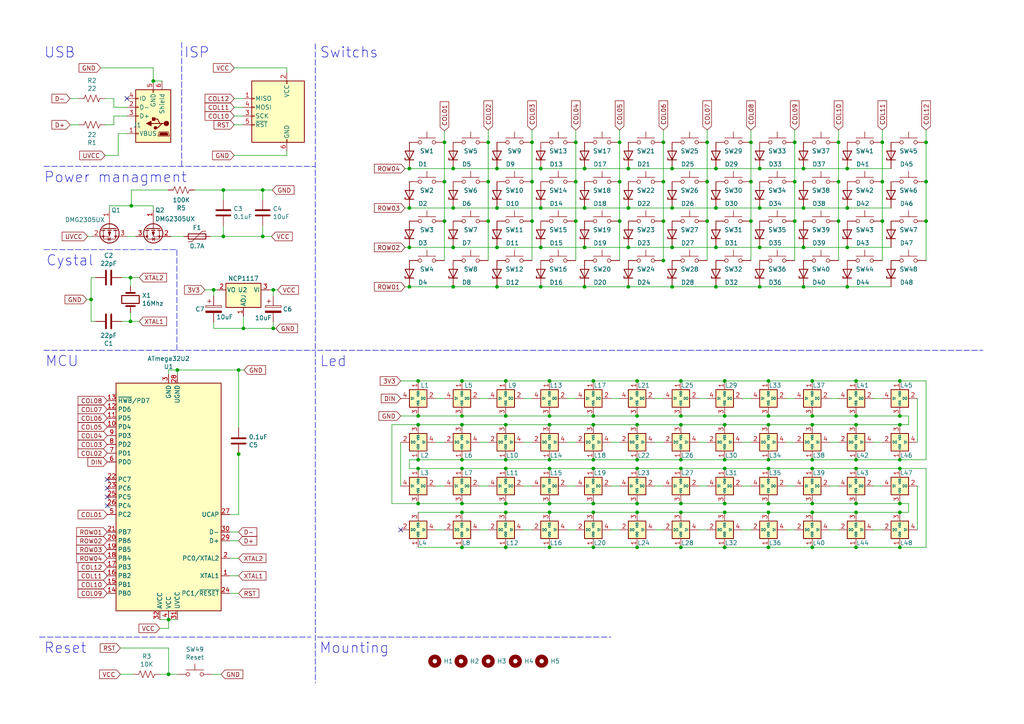
<source format=kicad_sch>
(kicad_sch (version 20211123) (generator eeschema)
  (paper "A4")
  (title_block (title "Matías v1.0") (date "2022-04-30") (rev "1.3") (company "Nicola Strappazzon (nstrappazzonc)") (comment 1 "Design by") (comment 4 "Orthogonal mechanical keyboard low profile."))
  (junction (at 194.945 48.895))
  (junction (at 222.885 110.49))
  (junction (at 133.985 123.19))
  (junction (at 48.895 195.58))
  (junction (at 235.585 133.35))
  (junction (at 159.385 133.35))
  (junction (at 169.545 48.895))
  (junction (at 197.485 120.65))
  (junction (at 133.985 135.89))
  (junction (at 248.285 123.19))
  (junction (at 121.285 146.05))
  (junction (at 69.215 131.699))
  (junction (at 76.2 68.58))
  (junction (at 141.605 64.135))
  (junction (at 235.585 110.49))
  (junction (at 220.345 60.325))
  (junction (at 169.545 60.325))
  (junction (at 159.385 158.75))
  (junction (at 146.685 120.65))
  (junction (at 255.905 41.275))
  (junction (at 210.185 123.19))
  (junction (at 255.905 52.705))
  (junction (at 121.285 135.89))
  (junction (at 233.045 83.185))
  (junction (at 235.585 120.65))
  (junction (at 156.845 48.895))
  (junction (at 146.685 110.49))
  (junction (at 167.005 41.275))
  (junction (at 207.645 60.325))
  (junction (at 192.405 75.565))
  (junction (at 184.785 133.35))
  (junction (at 121.285 110.49))
  (junction (at 220.345 83.185))
  (junction (at 260.985 133.35))
  (junction (at 220.345 48.895))
  (junction (at 248.285 146.05))
  (junction (at 37.846 93.218))
  (junction (at 61.976 84.074))
  (junction (at 248.285 120.65))
  (junction (at 167.005 64.135))
  (junction (at 217.805 52.705))
  (junction (at 184.785 110.49))
  (junction (at 248.285 133.35))
  (junction (at 217.805 41.275))
  (junction (at 210.185 158.75))
  (junction (at 156.845 71.755))
  (junction (at 69.215 107.315))
  (junction (at 146.685 123.19))
  (junction (at 260.985 146.05))
  (junction (at 235.585 148.59))
  (junction (at 235.585 158.75))
  (junction (at 159.385 123.19))
  (junction (at 167.005 52.705))
  (junction (at 243.205 64.135))
  (junction (at 133.985 133.35))
  (junction (at 222.885 123.19))
  (junction (at 121.285 133.35))
  (junction (at 205.105 64.135))
  (junction (at 156.845 60.325))
  (junction (at 245.745 60.325))
  (junction (at 235.585 123.19))
  (junction (at 44.45 23.495))
  (junction (at 197.485 123.19))
  (junction (at 48.895 179.705))
  (junction (at 205.105 52.705))
  (junction (at 248.285 158.75))
  (junction (at 146.685 133.35))
  (junction (at 248.285 110.49))
  (junction (at 217.805 64.135))
  (junction (at 192.405 52.705))
  (junction (at 79.248 84.074))
  (junction (at 154.305 52.705))
  (junction (at 38.1 59.69))
  (junction (at 210.185 110.49))
  (junction (at 172.085 148.59))
  (junction (at 194.945 60.325))
  (junction (at 197.485 146.05))
  (junction (at 64.77 68.58))
  (junction (at 133.985 146.05))
  (junction (at 207.645 71.755))
  (junction (at 243.205 41.275))
  (junction (at 144.145 60.325))
  (junction (at 172.085 158.75))
  (junction (at 192.405 64.135))
  (junction (at 230.505 52.705))
  (junction (at 51.435 107.315))
  (junction (at 159.385 148.59))
  (junction (at 156.845 83.185))
  (junction (at 268.605 41.275))
  (junction (at 64.77 55.118))
  (junction (at 172.085 133.35))
  (junction (at 222.885 133.35))
  (junction (at 197.485 133.35))
  (junction (at 131.445 71.755))
  (junction (at 146.685 148.59))
  (junction (at 268.605 64.135))
  (junction (at 182.245 83.185))
  (junction (at 184.785 148.59))
  (junction (at 260.985 158.75))
  (junction (at 210.185 148.59))
  (junction (at 255.905 64.135))
  (junction (at 235.585 135.89))
  (junction (at 210.185 135.89))
  (junction (at 154.305 64.135))
  (junction (at 184.785 120.65))
  (junction (at 159.385 135.89))
  (junction (at 260.985 148.59))
  (junction (at 194.945 83.185))
  (junction (at 154.305 41.275))
  (junction (at 118.745 60.325))
  (junction (at 222.885 120.65))
  (junction (at 245.745 83.185))
  (junction (at 169.545 83.185))
  (junction (at 133.985 148.59))
  (junction (at 172.085 110.49))
  (junction (at 172.085 123.19))
  (junction (at 159.385 110.49))
  (junction (at 210.185 146.05))
  (junction (at 146.685 135.89))
  (junction (at 121.285 120.65))
  (junction (at 220.345 71.755))
  (junction (at 207.645 48.895))
  (junction (at 205.105 41.275))
  (junction (at 79.248 95.25))
  (junction (at 243.205 52.705))
  (junction (at 172.085 120.65))
  (junction (at 222.885 148.59))
  (junction (at 194.945 71.755))
  (junction (at 159.385 120.65))
  (junction (at 233.045 48.895))
  (junction (at 230.505 41.275))
  (junction (at 207.645 83.185))
  (junction (at 118.745 83.185))
  (junction (at 210.185 120.65))
  (junction (at 144.145 83.185))
  (junction (at 146.685 146.05))
  (junction (at 197.485 135.89))
  (junction (at 248.285 148.59))
  (junction (at 260.985 135.89))
  (junction (at 70.612 95.25))
  (junction (at 172.085 135.89))
  (junction (at 222.885 146.05))
  (junction (at 26.416 86.868))
  (junction (at 121.285 123.19))
  (junction (at 179.705 52.705))
  (junction (at 182.245 60.325))
  (junction (at 230.505 64.135))
  (junction (at 233.045 60.325))
  (junction (at 184.785 123.19))
  (junction (at 210.185 133.35))
  (junction (at 260.985 123.19))
  (junction (at 245.745 48.895))
  (junction (at 146.685 158.75))
  (junction (at 197.485 158.75))
  (junction (at 131.445 60.325))
  (junction (at 179.705 41.275))
  (junction (at 197.485 110.49))
  (junction (at 37.846 80.518))
  (junction (at 128.905 64.135))
  (junction (at 133.985 110.49))
  (junction (at 179.705 64.135))
  (junction (at 159.385 146.05))
  (junction (at 184.785 146.05))
  (junction (at 248.285 135.89))
  (junction (at 192.405 41.275))
  (junction (at 222.885 158.75))
  (junction (at 184.785 158.75))
  (junction (at 222.885 135.89))
  (junction (at 184.785 135.89))
  (junction (at 128.905 41.275))
  (junction (at 133.985 120.65))
  (junction (at 144.145 71.755))
  (junction (at 235.585 146.05))
  (junction (at 131.445 48.895))
  (junction (at 118.745 48.895))
  (junction (at 128.905 52.705))
  (junction (at 182.245 48.895))
  (junction (at 118.745 71.755))
  (junction (at 197.485 148.59))
  (junction (at 131.445 83.185))
  (junction (at 76.2 55.118))
  (junction (at 141.605 41.275))
  (junction (at 169.545 71.755))
  (junction (at 182.245 71.755))
  (junction (at 144.145 48.895))
  (junction (at 268.605 52.705))
  (junction (at 245.745 71.755))
  (junction (at 133.985 158.75))
  (junction (at 260.985 110.49))
  (junction (at 172.085 146.05))
  (junction (at 233.045 71.755))
  (junction (at 141.605 52.705))
  (junction (at 260.985 120.65))
  (no_connect (at 31.115 146.685))
  (no_connect (at 31.115 144.145))
  (no_connect (at 31.115 141.605))
  (no_connect (at 31.115 139.065))
  (no_connect (at 116.205 153.67))
  (no_connect (at 36.83 28.575))
  (wire (pts (xy 44.45 19.685) (xy 44.45 23.495)))
  (wire (pts (xy 118.745 48.895) (xy 131.445 48.895)))
  (wire (pts (xy 253.365 128.27) (xy 255.905 128.27)))
  (wire (pts (xy 197.485 110.49) (xy 210.185 110.49)))
  (wire (pts (xy 121.285 146.05) (xy 133.985 146.05)))
  (wire (pts (xy 245.745 83.185) (xy 258.445 83.185)))
  (wire (pts (xy 217.805 37.719) (xy 217.805 41.275)))
  (wire (pts (xy 184.785 123.19) (xy 197.485 123.19)))
  (wire (pts (xy 131.445 60.325) (xy 144.145 60.325)))
  (wire (pts (xy 233.045 83.185) (xy 245.745 83.185)))
  (wire (pts (xy 76.2 55.118) (xy 78.994 55.118)))
  (wire (pts (xy 164.465 115.57) (xy 167.005 115.57)))
  (wire (pts (xy 255.905 37.719) (xy 255.905 41.275)))
  (wire (pts (xy 29.21 19.685) (xy 44.45 19.685)))
  (wire (pts (xy 268.605 64.135) (xy 268.605 75.565)))
  (wire (pts (xy 144.145 83.185) (xy 156.845 83.185)))
  (wire (pts (xy 167.005 52.705) (xy 167.005 64.135)))
  (wire (pts (xy 253.365 153.67) (xy 255.905 153.67)))
  (wire (pts (xy 26.416 86.868) (xy 25.146 86.868)))
  (wire (pts (xy 194.945 60.325) (xy 207.645 60.325)))
  (wire (pts (xy 118.745 71.755) (xy 131.445 71.755)))
  (wire (pts (xy 48.895 195.58) (xy 46.355 195.58)))
  (wire (pts (xy 222.885 146.05) (xy 235.585 146.05)))
  (wire (pts (xy 172.085 148.59) (xy 184.785 148.59)))
  (wire (pts (xy 139.065 140.97) (xy 141.605 140.97)))
  (wire (pts (xy 215.265 128.27) (xy 217.805 128.27)))
  (wire (pts (xy 235.585 133.35) (xy 248.285 133.35)))
  (wire (pts (xy 69.215 124.079) (xy 69.215 107.315)))
  (wire (pts (xy 64.77 65.532) (xy 64.77 68.58)))
  (wire (pts (xy 69.215 156.845) (xy 66.675 156.845)))
  (wire (pts (xy 253.365 140.97) (xy 255.905 140.97)))
  (wire (pts (xy 67.945 45.085) (xy 83.185 45.085)))
  (wire (pts (xy 268.605 41.275) (xy 268.605 52.705)))
  (wire (pts (xy 133.985 158.75) (xy 146.685 158.75)))
  (wire (pts (xy 205.105 41.275) (xy 205.105 52.705)))
  (wire (pts (xy 197.485 123.19) (xy 210.185 123.19)))
  (wire (pts (xy 182.245 71.755) (xy 194.945 71.755)))
  (wire (pts (xy 222.885 133.35) (xy 235.585 133.35)))
  (wire (pts (xy 192.405 37.719) (xy 192.405 41.275)))
  (wire (pts (xy 48.895 187.96) (xy 34.925 187.96)))
  (wire (pts (xy 207.645 71.755) (xy 220.345 71.755)))
  (wire (pts (xy 121.285 123.19) (xy 133.985 123.19)))
  (wire (pts (xy 164.465 128.27) (xy 167.005 128.27)))
  (wire (pts (xy 184.785 133.35) (xy 197.485 133.35)))
  (wire (pts (xy 260.985 120.65) (xy 263.525 120.65)))
  (wire (pts (xy 133.985 148.59) (xy 146.685 148.59)))
  (wire (pts (xy 184.785 158.75) (xy 197.485 158.75)))
  (wire (pts (xy 235.585 148.59) (xy 248.285 148.59)))
  (wire (pts (xy 156.845 71.755) (xy 169.545 71.755)))
  (wire (pts (xy 151.765 115.57) (xy 154.305 115.57)))
  (wire (pts (xy 205.105 37.719) (xy 205.105 41.275)))
  (wire (pts (xy 263.525 120.65) (xy 263.525 123.19)))
  (wire (pts (xy 156.845 83.185) (xy 169.545 83.185)))
  (wire (pts (xy 243.205 41.275) (xy 243.205 52.705)))
  (wire (pts (xy 69.215 161.925) (xy 66.675 161.925)))
  (wire (pts (xy 139.065 128.27) (xy 141.605 128.27)))
  (wire (pts (xy 192.405 64.135) (xy 192.405 75.565)))
  (wire (pts (xy 260.985 158.75) (xy 268.605 158.75)))
  (wire (pts (xy 194.945 48.895) (xy 207.645 48.895)))
  (wire (pts (xy 126.365 128.27) (xy 128.905 128.27)))
  (wire (pts (xy 70.485 36.195) (xy 67.945 36.195)))
  (wire (pts (xy 146.685 135.89) (xy 159.385 135.89)))
  (wire (pts (xy 207.645 83.185) (xy 220.345 83.185)))
  (wire (pts (xy 78.232 84.074) (xy 79.248 84.074)))
  (wire (pts (xy 46.355 182.245) (xy 48.895 182.245)))
  (wire (pts (xy 197.485 158.75) (xy 210.185 158.75)))
  (wire (pts (xy 182.245 83.185) (xy 194.945 83.185)))
  (wire (pts (xy 159.385 120.65) (xy 172.085 120.65)))
  (wire (pts (xy 146.685 110.49) (xy 159.385 110.49)))
  (wire (pts (xy 44.45 23.495) (xy 46.99 23.495)))
  (wire (pts (xy 44.45 59.69) (xy 44.45 60.96)))
  (wire (pts (xy 189.865 128.27) (xy 192.405 128.27)))
  (wire (pts (xy 266.065 140.97) (xy 266.065 153.67)))
  (wire (pts (xy 179.705 64.135) (xy 179.705 75.565)))
  (wire (pts (xy 66.675 167.005) (xy 69.215 167.005)))
  (wire (pts (xy 222.885 148.59) (xy 235.585 148.59)))
  (wire (pts (xy 159.385 133.35) (xy 172.085 133.35)))
  (wire (pts (xy 141.605 52.705) (xy 141.605 64.135)))
  (wire (pts (xy 113.665 146.05) (xy 121.285 146.05)))
  (wire (pts (xy 164.465 153.67) (xy 167.005 153.67)))
  (wire (pts (xy 268.605 52.705) (xy 268.605 64.135)))
  (wire (pts (xy 76.2 68.58) (xy 78.74 68.58)))
  (wire (pts (xy 146.685 146.05) (xy 159.385 146.05)))
  (wire (pts (xy 37.846 90.678) (xy 37.846 93.218)))
  (wire (pts (xy 151.765 153.67) (xy 154.305 153.67)))
  (polyline (pts (xy 52.705 48.26) (xy 52.705 12.065)))
  (wire (pts (xy 48.768 55.118) (xy 38.1 55.118)))
  (wire (pts (xy 189.865 153.67) (xy 192.405 153.67)))
  (wire (pts (xy 26.416 93.218) (xy 26.416 86.868)))
  (wire (pts (xy 227.965 115.57) (xy 230.505 115.57)))
  (wire (pts (xy 141.605 37.719) (xy 141.605 41.275)))
  (wire (pts (xy 182.245 48.895) (xy 194.945 48.895)))
  (wire (pts (xy 66.675 149.225) (xy 69.215 149.225)))
  (wire (pts (xy 79.248 93.472) (xy 79.248 95.25)))
  (polyline (pts (xy 11.43 184.785) (xy 90.17 184.785)))
  (wire (pts (xy 33.02 31.115) (xy 36.83 31.115)))
  (wire (pts (xy 240.665 140.97) (xy 243.205 140.97)))
  (wire (pts (xy 253.365 115.57) (xy 255.905 115.57)))
  (wire (pts (xy 240.665 128.27) (xy 243.205 128.27)))
  (wire (pts (xy 30.48 36.195) (xy 33.02 36.195)))
  (wire (pts (xy 184.785 120.65) (xy 197.485 120.65)))
  (wire (pts (xy 194.945 83.185) (xy 207.645 83.185)))
  (wire (pts (xy 179.705 52.705) (xy 179.705 64.135)))
  (wire (pts (xy 121.285 120.65) (xy 133.985 120.65)))
  (wire (pts (xy 268.605 110.49) (xy 268.605 133.35)))
  (polyline (pts (xy 91.44 12.7) (xy 91.44 198.12)))
  (wire (pts (xy 69.215 149.225) (xy 69.215 131.699)))
  (wire (pts (xy 154.305 37.719) (xy 154.305 41.275)))
  (wire (pts (xy 172.085 146.05) (xy 184.785 146.05)))
  (wire (pts (xy 61.976 93.472) (xy 61.976 95.25)))
  (wire (pts (xy 248.285 120.65) (xy 260.985 120.65)))
  (wire (pts (xy 83.185 43.815) (xy 83.185 45.085)))
  (wire (pts (xy 240.665 153.67) (xy 243.205 153.67)))
  (wire (pts (xy 38.1 55.118) (xy 38.1 59.69)))
  (wire (pts (xy 210.185 146.05) (xy 222.885 146.05)))
  (wire (pts (xy 146.685 148.59) (xy 159.385 148.59)))
  (wire (pts (xy 131.445 48.895) (xy 144.145 48.895)))
  (wire (pts (xy 210.185 135.89) (xy 222.885 135.89)))
  (wire (pts (xy 179.705 41.275) (xy 179.705 52.705)))
  (wire (pts (xy 192.405 75.565) (xy 192.405 75.819)))
  (wire (pts (xy 126.365 115.57) (xy 128.905 115.57)))
  (wire (pts (xy 248.285 148.59) (xy 260.985 148.59)))
  (wire (pts (xy 31.75 59.69) (xy 31.75 60.96)))
  (wire (pts (xy 207.645 48.895) (xy 220.345 48.895)))
  (wire (pts (xy 121.285 133.35) (xy 133.985 133.35)))
  (wire (pts (xy 260.985 123.19) (xy 263.525 123.19)))
  (wire (pts (xy 133.985 123.19) (xy 146.685 123.19)))
  (wire (pts (xy 255.905 64.135) (xy 255.905 75.565)))
  (wire (pts (xy 202.565 140.97) (xy 205.105 140.97)))
  (wire (pts (xy 30.48 28.575) (xy 33.02 28.575)))
  (wire (pts (xy 222.885 158.75) (xy 235.585 158.75)))
  (wire (pts (xy 220.345 48.895) (xy 233.045 48.895)))
  (wire (pts (xy 33.02 28.575) (xy 33.02 31.115)))
  (wire (pts (xy 248.285 110.49) (xy 260.985 110.49)))
  (wire (pts (xy 159.385 135.89) (xy 172.085 135.89)))
  (wire (pts (xy 248.285 123.19) (xy 260.985 123.19)))
  (wire (pts (xy 169.545 71.755) (xy 182.245 71.755)))
  (wire (pts (xy 167.005 37.719) (xy 167.005 41.275)))
  (wire (pts (xy 159.385 146.05) (xy 172.085 146.05)))
  (wire (pts (xy 210.185 133.35) (xy 222.885 133.35)))
  (wire (pts (xy 245.745 71.755) (xy 258.445 71.755)))
  (wire (pts (xy 263.525 146.05) (xy 263.525 148.59)))
  (wire (pts (xy 144.145 60.325) (xy 156.845 60.325)))
  (wire (pts (xy 197.485 120.65) (xy 210.185 120.65)))
  (wire (pts (xy 139.065 115.57) (xy 141.605 115.57)))
  (wire (pts (xy 233.045 71.755) (xy 245.745 71.755)))
  (wire (pts (xy 215.265 115.57) (xy 217.805 115.57)))
  (wire (pts (xy 202.565 115.57) (xy 205.105 115.57)))
  (wire (pts (xy 202.565 128.27) (xy 205.105 128.27)))
  (wire (pts (xy 40.386 80.518) (xy 37.846 80.518)))
  (wire (pts (xy 179.705 37.719) (xy 179.705 41.275)))
  (wire (pts (xy 169.545 60.325) (xy 182.245 60.325)))
  (wire (pts (xy 33.02 36.195) (xy 33.02 33.655)))
  (wire (pts (xy 128.905 37.973) (xy 128.905 41.275)))
  (wire (pts (xy 169.545 83.185) (xy 182.245 83.185)))
  (wire (pts (xy 235.585 110.49) (xy 248.285 110.49)))
  (wire (pts (xy 243.205 64.135) (xy 243.205 75.565)))
  (wire (pts (xy 79.248 95.25) (xy 70.612 95.25)))
  (wire (pts (xy 67.945 19.685) (xy 83.185 19.685)))
  (wire (pts (xy 184.785 148.59) (xy 197.485 148.59)))
  (wire (pts (xy 117.475 83.185) (xy 118.745 83.185)))
  (wire (pts (xy 80.01 95.25) (xy 79.248 95.25)))
  (wire (pts (xy 144.145 71.755) (xy 156.845 71.755)))
  (wire (pts (xy 235.585 135.89) (xy 248.285 135.89)))
  (wire (pts (xy 268.605 37.719) (xy 268.605 41.275)))
  (wire (pts (xy 118.745 133.35) (xy 118.745 135.89)))
  (wire (pts (xy 144.145 48.895) (xy 156.845 48.895)))
  (wire (pts (xy 172.085 120.65) (xy 184.785 120.65)))
  (wire (pts (xy 167.005 64.135) (xy 167.005 75.565)))
  (wire (pts (xy 146.685 133.35) (xy 159.385 133.35)))
  (wire (pts (xy 49.53 68.58) (xy 53.34 68.58)))
  (wire (pts (xy 117.475 60.325) (xy 118.745 60.325)))
  (wire (pts (xy 33.02 33.655) (xy 36.83 33.655)))
  (wire (pts (xy 260.985 110.49) (xy 268.605 110.49)))
  (wire (pts (xy 25.4 68.58) (xy 26.67 68.58)))
  (wire (pts (xy 83.185 19.685) (xy 83.185 20.955)))
  (wire (pts (xy 215.265 140.97) (xy 217.805 140.97)))
  (wire (pts (xy 64.77 55.118) (xy 76.2 55.118)))
  (wire (pts (xy 146.685 123.19) (xy 159.385 123.19)))
  (wire (pts (xy 230.505 64.135) (xy 230.505 75.565)))
  (wire (pts (xy 70.612 95.25) (xy 61.976 95.25)))
  (wire (pts (xy 61.976 84.074) (xy 62.992 84.074)))
  (wire (pts (xy 248.285 146.05) (xy 260.985 146.05)))
  (wire (pts (xy 260.985 146.05) (xy 263.525 146.05)))
  (wire (pts (xy 159.385 123.19) (xy 172.085 123.19)))
  (wire (pts (xy 169.545 48.895) (xy 182.245 48.895)))
  (wire (pts (xy 240.665 115.57) (xy 243.205 115.57)))
  (wire (pts (xy 69.215 107.315) (xy 70.739 107.315)))
  (wire (pts (xy 222.885 135.89) (xy 235.585 135.89)))
  (wire (pts (xy 48.895 108.585) (xy 48.895 107.315)))
  (wire (pts (xy 177.165 115.57) (xy 179.705 115.57)))
  (wire (pts (xy 233.045 48.895) (xy 245.745 48.895)))
  (wire (pts (xy 245.745 48.895) (xy 258.445 48.895)))
  (wire (pts (xy 36.83 38.735) (xy 34.29 38.735)))
  (wire (pts (xy 243.205 37.719) (xy 243.205 41.275)))
  (wire (pts (xy 230.505 52.705) (xy 230.505 64.135)))
  (wire (pts (xy 159.385 148.59) (xy 172.085 148.59)))
  (wire (pts (xy 205.105 52.705) (xy 205.105 64.135)))
  (wire (pts (xy 220.345 71.755) (xy 233.045 71.755)))
  (wire (pts (xy 79.248 84.074) (xy 80.518 84.074)))
  (wire (pts (xy 177.165 128.27) (xy 179.705 128.27)))
  (wire (pts (xy 207.645 60.325) (xy 220.345 60.325)))
  (wire (pts (xy 217.805 64.135) (xy 217.805 75.565)))
  (polyline (pts (xy 51.308 101.6) (xy 51.308 72.39)))
  (wire (pts (xy 260.985 148.59) (xy 263.525 148.59)))
  (wire (pts (xy 177.165 140.97) (xy 179.705 140.97)))
  (wire (pts (xy 31.75 59.69) (xy 38.1 59.69)))
  (wire (pts (xy 227.965 140.97) (xy 230.505 140.97)))
  (wire (pts (xy 266.065 115.57) (xy 266.065 128.27)))
  (wire (pts (xy 235.585 146.05) (xy 248.285 146.05)))
  (wire (pts (xy 197.485 133.35) (xy 210.185 133.35)))
  (wire (pts (xy 70.612 91.694) (xy 70.612 95.25)))
  (wire (pts (xy 192.405 52.705) (xy 192.405 64.135)))
  (wire (pts (xy 202.565 153.67) (xy 205.105 153.67)))
  (wire (pts (xy 131.445 71.755) (xy 144.145 71.755)))
  (wire (pts (xy 113.665 123.19) (xy 113.665 146.05)))
  (wire (pts (xy 235.585 120.65) (xy 248.285 120.65)))
  (wire (pts (xy 26.416 80.518) (xy 27.686 80.518)))
  (wire (pts (xy 235.585 158.75) (xy 248.285 158.75)))
  (wire (pts (xy 248.285 135.89) (xy 260.985 135.89)))
  (wire (pts (xy 38.735 195.58) (xy 34.925 195.58)))
  (wire (pts (xy 51.435 107.315) (xy 69.215 107.315)))
  (wire (pts (xy 51.435 108.585) (xy 51.435 107.315)))
  (wire (pts (xy 51.435 195.58) (xy 48.895 195.58)))
  (wire (pts (xy 268.605 135.89) (xy 268.605 158.75)))
  (wire (pts (xy 133.985 135.89) (xy 146.685 135.89)))
  (wire (pts (xy 156.845 60.325) (xy 169.545 60.325)))
  (wire (pts (xy 113.665 123.19) (xy 121.285 123.19)))
  (wire (pts (xy 182.245 60.325) (xy 194.945 60.325)))
  (polyline (pts (xy 12.7 72.39) (xy 51.308 72.39)))
  (wire (pts (xy 34.29 45.085) (xy 30.48 45.085)))
  (wire (pts (xy 40.386 93.218) (xy 37.846 93.218)))
  (wire (pts (xy 133.985 146.05) (xy 146.685 146.05)))
  (wire (pts (xy 59.436 84.074) (xy 61.976 84.074)))
  (wire (pts (xy 117.475 48.895) (xy 118.745 48.895)))
  (wire (pts (xy 151.765 128.27) (xy 154.305 128.27)))
  (wire (pts (xy 156.845 48.895) (xy 169.545 48.895)))
  (wire (pts (xy 184.785 110.49) (xy 197.485 110.49)))
  (wire (pts (xy 133.985 110.49) (xy 146.685 110.49)))
  (wire (pts (xy 118.745 83.185) (xy 131.445 83.185)))
  (wire (pts (xy 154.305 64.135) (xy 154.305 75.565)))
  (wire (pts (xy 121.285 110.49) (xy 133.985 110.49)))
  (wire (pts (xy 64.77 68.58) (xy 76.2 68.58)))
  (wire (pts (xy 260.985 133.35) (xy 268.605 133.35)))
  (wire (pts (xy 220.345 83.185) (xy 233.045 83.185)))
  (wire (pts (xy 76.2 55.118) (xy 76.2 57.912)))
  (wire (pts (xy 128.905 41.275) (xy 128.905 52.705)))
  (wire (pts (xy 255.905 41.275) (xy 255.905 52.705)))
  (wire (pts (xy 194.945 71.755) (xy 207.645 71.755)))
  (wire (pts (xy 172.085 123.19) (xy 184.785 123.19)))
  (wire (pts (xy 48.895 195.58) (xy 48.895 187.96)))
  (wire (pts (xy 197.485 146.05) (xy 210.185 146.05)))
  (wire (pts (xy 210.185 110.49) (xy 222.885 110.49)))
  (wire (pts (xy 20.32 28.575) (xy 22.86 28.575)))
  (wire (pts (xy 189.865 140.97) (xy 192.405 140.97)))
  (wire (pts (xy 189.865 115.57) (xy 192.405 115.57)))
  (wire (pts (xy 51.435 179.705) (xy 48.895 179.705)))
  (wire (pts (xy 230.505 37.719) (xy 230.505 41.275)))
  (wire (pts (xy 154.305 41.275) (xy 154.305 52.705)))
  (wire (pts (xy 192.405 41.275) (xy 192.405 52.705)))
  (wire (pts (xy 27.686 93.218) (xy 26.416 93.218)))
  (wire (pts (xy 133.985 120.65) (xy 146.685 120.65)))
  (wire (pts (xy 255.905 52.705) (xy 255.905 64.135)))
  (wire (pts (xy 69.215 172.085) (xy 66.675 172.085)))
  (wire (pts (xy 177.165 153.67) (xy 179.705 153.67)))
  (wire (pts (xy 70.485 33.655) (xy 67.945 33.655)))
  (wire (pts (xy 34.29 38.735) (xy 34.29 45.085)))
  (wire (pts (xy 146.685 120.65) (xy 159.385 120.65)))
  (polyline (pts (xy 92.075 184.785) (xy 177.165 184.785)))
  (wire (pts (xy 64.135 195.58) (xy 61.595 195.58)))
  (wire (pts (xy 159.385 158.75) (xy 172.085 158.75)))
  (wire (pts (xy 210.185 148.59) (xy 222.885 148.59)))
  (wire (pts (xy 210.185 120.65) (xy 222.885 120.65)))
  (wire (pts (xy 118.745 60.325) (xy 131.445 60.325)))
  (wire (pts (xy 36.83 68.58) (xy 39.37 68.58)))
  (wire (pts (xy 197.485 135.89) (xy 210.185 135.89)))
  (wire (pts (xy 118.745 133.35) (xy 121.285 133.35)))
  (wire (pts (xy 70.485 28.575) (xy 67.945 28.575)))
  (wire (pts (xy 172.085 135.89) (xy 184.785 135.89)))
  (wire (pts (xy 61.976 84.074) (xy 61.976 85.852)))
  (wire (pts (xy 227.965 128.27) (xy 230.505 128.27)))
  (wire (pts (xy 227.965 153.67) (xy 230.505 153.67)))
  (wire (pts (xy 159.385 110.49) (xy 172.085 110.49)))
  (wire (pts (xy 248.285 158.75) (xy 260.985 158.75)))
  (wire (pts (xy 141.605 41.275) (xy 141.605 52.705)))
  (polyline (pts (xy 12.7 48.26) (xy 91.44 48.26)))
  (wire (pts (xy 79.248 84.074) (xy 79.248 85.852)))
  (wire (pts (xy 233.045 60.325) (xy 245.745 60.325)))
  (wire (pts (xy 117.475 71.755) (xy 118.745 71.755)))
  (polyline (pts (xy 92.075 101.6) (xy 285.115 101.6)))
  (wire (pts (xy 230.505 41.275) (xy 230.505 52.705)))
  (wire (pts (xy 172.085 110.49) (xy 184.785 110.49)))
  (wire (pts (xy 48.895 179.705) (xy 46.355 179.705)))
  (wire (pts (xy 121.285 135.89) (xy 133.985 135.89)))
  (wire (pts (xy 38.1 59.69) (xy 44.45 59.69)))
  (wire (pts (xy 69.215 154.305) (xy 66.675 154.305)))
  (wire (pts (xy 116.205 120.65) (xy 121.285 120.65)))
  (wire (pts (xy 128.905 64.135) (xy 128.905 75.565)))
  (wire (pts (xy 116.205 128.27) (xy 116.205 140.97)))
  (wire (pts (xy 217.805 52.705) (xy 217.805 64.135)))
  (wire (pts (xy 220.345 60.325) (xy 233.045 60.325)))
  (wire (pts (xy 69.215 131.699) (xy 69.215 131.445)))
  (wire (pts (xy 126.365 153.67) (xy 128.905 153.67)))
  (wire (pts (xy 172.085 158.75) (xy 184.785 158.75)))
  (wire (pts (xy 222.885 123.19) (xy 235.585 123.19)))
  (wire (pts (xy 64.77 55.118) (xy 64.77 57.912)))
  (wire (pts (xy 172.085 133.35) (xy 184.785 133.35)))
  (wire (pts (xy 167.005 41.275) (xy 167.005 52.705)))
  (wire (pts (xy 184.785 146.05) (xy 197.485 146.05)))
  (wire (pts (xy 60.96 68.58) (xy 64.77 68.58)))
  (wire (pts (xy 121.285 158.75) (xy 133.985 158.75)))
  (wire (pts (xy 210.185 123.19) (xy 222.885 123.19)))
  (wire (pts (xy 126.365 140.97) (xy 128.905 140.97)))
  (wire (pts (xy 222.885 110.49) (xy 235.585 110.49)))
  (wire (pts (xy 245.745 60.325) (xy 258.445 60.325)))
  (wire (pts (xy 184.785 135.89) (xy 197.485 135.89)))
  (wire (pts (xy 243.205 52.705) (xy 243.205 64.135)))
  (wire (pts (xy 210.185 158.75) (xy 222.885 158.75)))
  (wire (pts (xy 118.745 135.89) (xy 121.285 135.89)))
  (wire (pts (xy 26.416 86.868) (xy 26.416 80.518)))
  (wire (pts (xy 37.846 80.518) (xy 35.306 80.518)))
  (wire (pts (xy 131.445 83.185) (xy 144.145 83.185)))
  (wire (pts (xy 164.465 140.97) (xy 167.005 140.97)))
  (wire (pts (xy 48.895 182.245) (xy 48.895 179.705)))
  (wire (pts (xy 139.065 153.67) (xy 141.605 153.67)))
  (wire (pts (xy 116.205 110.49) (xy 121.285 110.49)))
  (wire (pts (xy 133.985 133.35) (xy 146.685 133.35)))
  (polyline (pts (xy 12.7 101.6) (xy 91.44 101.6)))
  (wire (pts (xy 248.285 133.35) (xy 260.985 133.35)))
  (wire (pts (xy 76.2 65.532) (xy 76.2 68.58)))
  (wire (pts (xy 48.895 107.315) (xy 51.435 107.315)))
  (wire (pts (xy 128.905 52.705) (xy 128.905 64.135)))
  (wire (pts (xy 217.805 41.275) (xy 217.805 52.705)))
  (wire (pts (xy 260.985 135.89) (xy 268.605 135.89)))
  (wire (pts (xy 222.885 120.65) (xy 235.585 120.65)))
  (wire (pts (xy 56.388 55.118) (xy 64.77 55.118)))
  (wire (pts (xy 20.32 36.195) (xy 22.86 36.195)))
  (wire (pts (xy 37.846 83.058) (xy 37.846 80.518)))
  (wire (pts (xy 70.485 31.115) (xy 67.945 31.115)))
  (wire (pts (xy 121.285 148.59) (xy 133.985 148.59)))
  (wire (pts (xy 37.846 93.218) (xy 35.306 93.218)))
  (wire (pts (xy 141.605 64.135) (xy 141.605 75.565)))
  (wire (pts (xy 151.765 140.97) (xy 154.305 140.97)))
  (wire (pts (xy 215.265 153.67) (xy 217.805 153.67)))
  (wire (pts (xy 197.485 148.59) (xy 210.185 148.59)))
  (wire (pts (xy 154.305 52.705) (xy 154.305 64.135)))
  (wire (pts (xy 146.685 158.75) (xy 159.385 158.75)))
  (wire (pts (xy 235.585 123.19) (xy 248.285 123.19)))
  (wire (pts (xy 205.105 64.135) (xy 205.105 75.565)))
  (text "USB" (at 12.7 17.145 0) (effects (font (size 3 3)) (justify left bottom)))
  (text "Power managment" (at 12.7 53.34 0) (effects (font (size 3 3)) (justify left bottom)))
  (text "MCU" (at 22.86 106.68 180) (effects (font (size 3 3)) (justify right bottom)))
  (text "Reset" (at 12.7 189.865 0) (effects (font (size 3 3)) (justify left bottom)))
  (text "Mounting" (at 92.583 189.865 0) (effects (font (size 3 3)) (justify left bottom)))
  (text "Led" (at 92.71 106.68 0) (effects (font (size 3 3)) (justify left bottom)))
  (text "ISP" (at 53.34 17.145 0) (effects (font (size 3 3)) (justify left bottom)))
  (text "Switchs" (at 92.71 17.145 0) (effects (font (size 3 3)) (justify left bottom)))
  (text "Cystal" (at 13.335 77.47 0) (effects (font (size 3 3)) (justify left bottom)))
  (global_label "ROW04" (shape input) (at 31.115 161.925 180) (property "Intersheet References" "${INTERSHEET_REFS}" (effects hide)))
  (global_label "VCC" (shape input) (at 78.74 68.58 0) (property "Intersheet References" "${INTERSHEET_REFS}" (effects hide)))
  (global_label "COL11" (shape input) (at 31.115 167.005 180) (property "Intersheet References" "${INTERSHEET_REFS}" (effects hide)))
  (global_label "GND" (shape input) (at 80.01 95.25 0) (property "Intersheet References" "${INTERSHEET_REFS}" (effects hide)))
  (global_label "GND" (shape input) (at 70.739 107.315 0) (property "Intersheet References" "${INTERSHEET_REFS}" (effects hide)))
  (global_label "COL12" (shape input) (at 67.945 28.575 180) (property "Intersheet References" "${INTERSHEET_REFS}" (effects hide)))
  (global_label "GND" (shape input) (at 64.135 195.58 0) (property "Intersheet References" "${INTERSHEET_REFS}" (effects hide)))
  (global_label "DIN" (shape input) (at 116.205 115.57 180) (property "Intersheet References" "${INTERSHEET_REFS}" (effects hide)))
  (global_label "D-" (shape input) (at 20.32 28.575 180) (property "Intersheet References" "${INTERSHEET_REFS}" (effects hide)))
  (global_label "XTAL1" (shape input) (at 40.386 93.218 0) (property "Intersheet References" "${INTERSHEET_REFS}" (effects hide)))
  (global_label "COL08" (shape input) (at 217.805 37.719 90) (property "Intersheet References" "${INTERSHEET_REFS}" (effects hide)))
  (global_label "COL10" (shape input) (at 243.205 37.719 90) (property "Intersheet References" "${INTERSHEET_REFS}" (effects hide)))
  (global_label "GND" (shape input) (at 67.945 45.085 180) (property "Intersheet References" "${INTERSHEET_REFS}" (effects hide)))
  (global_label "ROW02" (shape input) (at 31.115 156.845 180) (property "Intersheet References" "${INTERSHEET_REFS}" (effects hide)))
  (global_label "UVCC" (shape input) (at 25.4 68.58 180) (property "Intersheet References" "${INTERSHEET_REFS}" (effects hide)))
  (global_label "ROW03" (shape input) (at 117.475 60.325 180) (property "Intersheet References" "${INTERSHEET_REFS}" (effects hide)))
  (global_label "RST" (shape input) (at 34.925 187.96 180) (property "Intersheet References" "${INTERSHEET_REFS}" (effects hide)))
  (global_label "VCC" (shape input) (at 67.945 19.685 180) (property "Intersheet References" "${INTERSHEET_REFS}" (effects hide)))
  (global_label "COL08" (shape input) (at 31.115 116.205 180) (property "Intersheet References" "${INTERSHEET_REFS}" (effects hide)))
  (global_label "VCC" (shape input) (at 80.518 84.074 0) (property "Intersheet References" "${INTERSHEET_REFS}" (effects hide)))
  (global_label "GND" (shape input) (at 29.21 19.685 180) (property "Intersheet References" "${INTERSHEET_REFS}" (effects hide)))
  (global_label "ROW04" (shape input) (at 117.475 48.895 180) (property "Intersheet References" "${INTERSHEET_REFS}" (effects hide)))
  (global_label "RST" (shape input) (at 67.945 36.195 180) (property "Intersheet References" "${INTERSHEET_REFS}" (effects hide)))
  (global_label "COL12" (shape input) (at 268.605 37.719 90) (property "Intersheet References" "${INTERSHEET_REFS}" (effects hide)))
  (global_label "COL09" (shape input) (at 31.115 172.085 180) (property "Intersheet References" "${INTERSHEET_REFS}" (effects hide)))
  (global_label "COL12" (shape input) (at 31.115 164.465 180) (property "Intersheet References" "${INTERSHEET_REFS}" (effects hide)))
  (global_label "COL09" (shape input) (at 230.505 37.719 90) (property "Intersheet References" "${INTERSHEET_REFS}" (effects hide)))
  (global_label "COL06" (shape input) (at 31.115 121.285 180) (property "Intersheet References" "${INTERSHEET_REFS}" (effects hide)))
  (global_label "GND" (shape input) (at 25.146 86.868 180) (property "Intersheet References" "${INTERSHEET_REFS}" (effects hide)))
  (global_label "COL03" (shape input) (at 154.305 37.719 90) (property "Intersheet References" "${INTERSHEET_REFS}" (effects hide)))
  (global_label "D-" (shape input) (at 69.215 154.305 0) (property "Intersheet References" "${INTERSHEET_REFS}" (effects hide)))
  (global_label "RST" (shape input) (at 69.215 172.085 0) (property "Intersheet References" "${INTERSHEET_REFS}" (effects hide)))
  (global_label "COL11" (shape input) (at 67.945 31.115 180) (property "Intersheet References" "${INTERSHEET_REFS}" (effects hide)))
  (global_label "D+" (shape input) (at 20.32 36.195 180) (property "Intersheet References" "${INTERSHEET_REFS}" (effects hide)))
  (global_label "XTAL1" (shape input) (at 69.215 167.005 0) (property "Intersheet References" "${INTERSHEET_REFS}" (effects hide)))
  (global_label "COL03" (shape input) (at 31.115 128.905 180) (property "Intersheet References" "${INTERSHEET_REFS}" (effects hide)))
  (global_label "COL05" (shape input) (at 31.115 123.825 180) (property "Intersheet References" "${INTERSHEET_REFS}" (effects hide)))
  (global_label "D+" (shape input) (at 69.215 156.845 0) (property "Intersheet References" "${INTERSHEET_REFS}" (effects hide)))
  (global_label "XTAL2" (shape input) (at 40.386 80.518 0) (property "Intersheet References" "${INTERSHEET_REFS}" (effects hide)))
  (global_label "COL07" (shape input) (at 31.115 118.745 180) (property "Intersheet References" "${INTERSHEET_REFS}" (effects hide)))
  (global_label "XTAL2" (shape input) (at 69.215 161.925 0) (property "Intersheet References" "${INTERSHEET_REFS}" (effects hide)))
  (global_label "COL05" (shape input) (at 179.705 37.719 90) (property "Intersheet References" "${INTERSHEET_REFS}" (effects hide)))
  (global_label "3V3" (shape input) (at 116.205 110.49 180) (property "Intersheet References" "${INTERSHEET_REFS}" (effects hide)))
  (global_label "COL02" (shape input) (at 31.115 131.445 180) (property "Intersheet References" "${INTERSHEET_REFS}" (effects hide)))
  (global_label "ROW02" (shape input) (at 117.475 71.755 180) (property "Intersheet References" "${INTERSHEET_REFS}" (effects hide)))
  (global_label "DIN" (shape input) (at 31.115 133.985 180) (property "Intersheet References" "${INTERSHEET_REFS}" (effects hide)))
  (global_label "GND" (shape input) (at 78.994 55.118 0) (property "Intersheet References" "${INTERSHEET_REFS}" (effects hide)))
  (global_label "COL02" (shape input) (at 141.605 37.719 90) (property "Intersheet References" "${INTERSHEET_REFS}" (effects hide)))
  (global_label "VCC" (shape input) (at 46.355 182.245 180) (property "Intersheet References" "${INTERSHEET_REFS}" (effects hide)))
  (global_label "COL10" (shape input) (at 31.115 169.545 180) (property "Intersheet References" "${INTERSHEET_REFS}" (effects hide)))
  (global_label "COL04" (shape input) (at 167.005 37.719 90) (property "Intersheet References" "${INTERSHEET_REFS}" (effects hide)))
  (global_label "COL01" (shape input) (at 31.115 149.225 180) (property "Intersheet References" "${INTERSHEET_REFS}" (effects hide)))
  (global_label "COL10" (shape input) (at 67.945 33.655 180) (property "Intersheet References" "${INTERSHEET_REFS}" (effects hide)))
  (global_label "ROW01" (shape input) (at 117.475 83.185 180) (property "Intersheet References" "${INTERSHEET_REFS}" (effects hide)))
  (global_label "COL01" (shape input) (at 128.905 37.973 90) (property "Intersheet References" "${INTERSHEET_REFS}" (effects hide)))
  (global_label "COL07" (shape input) (at 205.105 37.719 90) (property "Intersheet References" "${INTERSHEET_REFS}" (effects hide)))
  (global_label "UVCC" (shape input) (at 30.48 45.085 180) (property "Intersheet References" "${INTERSHEET_REFS}" (effects hide)))
  (global_label "ROW03" (shape input) (at 31.115 159.385 180) (property "Intersheet References" "${INTERSHEET_REFS}" (effects hide)))
  (global_label "ROW01" (shape input) (at 31.115 154.305 180) (property "Intersheet References" "${INTERSHEET_REFS}" (effects hide)))
  (global_label "COL06" (shape input) (at 192.405 37.719 90) (property "Intersheet References" "${INTERSHEET_REFS}" (effects hide)))
  (global_label "COL04" (shape input) (at 31.115 126.365 180) (property "Intersheet References" "${INTERSHEET_REFS}" (effects hide)))
  (global_label "GND" (shape input) (at 116.205 120.65 180) (property "Intersheet References" "${INTERSHEET_REFS}" (effects hide)))
  (global_label "3V3" (shape input) (at 59.436 84.074 180) (property "Intersheet References" "${INTERSHEET_REFS}" (effects hide)))
  (global_label "COL11" (shape input) (at 255.905 37.719 90) (property "Intersheet References" "${INTERSHEET_REFS}" (effects hide)))
  (global_label "VCC" (shape input) (at 34.925 195.58 180) (property "Intersheet References" "${INTERSHEET_REFS}" (effects hide)))
  (symbol (lib_id "MCU_Microchip_ATmega:ATmega32U2-A") (at 48.895 144.145 180) (unit 1)
    (property "Reference" "U1" (at 48.895 106.3244 0))
    (property "Value" "ATmega32U2" (at 48.895 104.013 0))
    (property "Footprint" "Package_QFP:TQFP-32_7x7mm_P0.8mm" (effects hide))
    (property "Datasheet" "http://ww1.microchip.com/downloads/en/DeviceDoc/doc7799.pdf" (effects hide))
  )
  (symbol (lib_id "Device:C") (at 69.215 127.889 0) (mirror x) (unit 1)
    (property "Reference" "C5" (at 72.136 129.0574 0) (effects (justify left)))
    (property "Value" "0.1uF" (at 72.136 126.746 0) (effects (justify left)))
    (property "Footprint" "MyLibrary:C1206" (effects hide))
  )
  (symbol (lib_id "Device:C") (at 64.77 61.722 0) (unit 1)
    (property "Reference" "C3" (at 67.691 60.5536 0) (effects (justify left)))
    (property "Value" "0.1uF" (at 67.691 62.865 0) (effects (justify left)))
    (property "Footprint" "MyLibrary:C1206" (effects hide))
  )
  (symbol (lib_id "Device:C") (at 76.2 61.722 0) (unit 1)
    (property "Reference" "C4" (at 79.121 60.5536 0) (effects (justify left)))
    (property "Value" "10uF" (at 79.121 62.865 0) (effects (justify left)))
    (property "Footprint" "MyLibrary:C1206" (effects hide))
  )
  (symbol (lib_id "Device:Polyfuse") (at 57.15 68.58 270) (unit 1)
    (property "Reference" "F1" (at 57.15 66.04 90))
    (property "Value" "0.7A" (at 57.15 71.374 90))
    (property "Footprint" "MyLibrary:R1206" (effects hide))
  )
  (symbol (lib_id "Switch:SW_Push") (at 56.515 195.58 0) (unit 1)
    (property "Reference" "SW49" (at 56.515 188.341 0))
    (property "Value" "Reset" (at 56.515 190.6524 0))
    (property "Footprint" "Button_Switch_SMD:SW_SPST_SKQG_WithStem" (effects hide))
  )
  (symbol (lib_id "Device:R_US") (at 42.545 195.58 90) (unit 1)
    (property "Reference" "R3" (at 42.545 190.373 90))
    (property "Value" "10K" (at 42.545 192.6844 90))
    (property "Footprint" "MyLibrary:R1206" (effects hide))
  )
  (symbol (lib_id "Device:C") (at 31.496 80.518 270) (unit 1)
    (property "Reference" "C2" (at 31.496 74.1172 90))
    (property "Value" "22pF" (at 31.496 76.4286 90))
    (property "Footprint" "MyLibrary:C1206" (effects hide))
  )
  (symbol (lib_id "Device:C") (at 31.496 93.218 90) (unit 1)
    (property "Reference" "C1" (at 31.496 99.6188 90))
    (property "Value" "22pF" (at 31.496 97.3074 90))
    (property "Footprint" "MyLibrary:C1206" (effects hide))
  )
  (symbol (lib_id "Device:Crystal") (at 37.846 86.868 270) (unit 1)
    (property "Reference" "X1" (at 41.1734 85.6996 90) (effects (justify left)))
    (property "Value" "16Mhz" (at 41.1734 88.011 90) (effects (justify left)))
    (property "Footprint" "Crystal:Crystal_SMD_5032-2Pin_5.0x3.2mm" (effects hide))
  )
  (symbol (lib_id "Connector:USB_B_Mini") (at 44.45 33.655 180) (unit 1)
    (property "Reference" "J1" (at 38.608 36.2712 0) (effects (justify right)))
    (property "Value" "USB Type B Mini" (effects hide))
    (property "Footprint" "Library:USB_Micro-B" (effects hide))
  )
  (symbol (lib_id "Device:R_US") (at 26.67 36.195 90) (unit 1)
    (property "Reference" "R1" (at 26.67 41.402 90))
    (property "Value" "22" (at 26.67 39.0906 90))
    (property "Footprint" "MyLibrary:R1206" (effects hide))
  )
  (symbol (lib_id "Device:R_US") (at 26.67 28.575 270) (unit 1)
    (property "Reference" "R2" (at 26.67 23.368 90))
    (property "Value" "22" (at 26.67 25.6794 90))
    (property "Footprint" "MyLibrary:R1206" (effects hide))
  )
  (symbol (lib_id "Library:SK6812MINI") (at 121.285 115.57 0) (unit 1)
    (property "Reference" "L1" (at 123.19 111.76 0))
    (property "Value" "SK6812MINI" (effects hide))
    (property "Footprint" "MyLibrary:SK6812-MINI-E" (effects hide))
    (property "Datasheet" "https://cdn-shop.adafruit.com/product-files/2686/SK6812MINI_REV.01-1-2.pdf" (effects hide))
  )
  (symbol (lib_id "Diode:1N47xxA") (at 207.645 67.945 90) (unit 1)
    (property "Reference" "D31" (at 210.185 70.485 90) (effects (justify right)))
    (property "Value" "1N47xxA" (effects hide))
    (property "Footprint" "MyLibrary:D1206" (effects hide))
    (property "Datasheet" "https://www.vishay.com/docs/85816/1n4728a.pdf" (effects hide))
  )
  (symbol (lib_id "Diode:1N47xxA") (at 220.345 79.375 90) (unit 1)
    (property "Reference" "D36" (at 222.885 81.915 90) (effects (justify right)))
    (property "Value" "1N47xxA" (effects hide))
    (property "Footprint" "MyLibrary:D1206" (effects hide))
    (property "Datasheet" "https://www.vishay.com/docs/85816/1n4728a.pdf" (effects hide))
  )
  (symbol (lib_id "Diode:1N47xxA") (at 118.745 67.945 90) (unit 1)
    (property "Reference" "D3" (at 121.285 70.485 90) (effects (justify right)))
    (property "Value" "1N47xxA" (effects hide))
    (property "Footprint" "MyLibrary:D1206" (effects hide))
    (property "Datasheet" "https://www.vishay.com/docs/85816/1n4728a.pdf" (effects hide))
  )
  (symbol (lib_id "Diode:1N47xxA") (at 207.645 56.515 90) (unit 1)
    (property "Reference" "D30" (at 210.185 59.055 90) (effects (justify right)))
    (property "Value" "1N47xxA" (effects hide))
    (property "Footprint" "MyLibrary:D1206" (effects hide))
    (property "Datasheet" "https://www.vishay.com/docs/85816/1n4728a.pdf" (effects hide))
  )
  (symbol (lib_id "Library:SK6812MINI") (at 235.585 128.27 180) (unit 1)
    (property "Reference" "L38" (at 237.49 132.08 0))
    (property "Value" "SK6812MINI" (effects hide))
    (property "Footprint" "MyLibrary:SK6812-MINI-E" (effects hide))
    (property "Datasheet" "https://cdn-shop.adafruit.com/product-files/2686/SK6812MINI_REV.01-1-2.pdf" (effects hide))
  )
  (symbol (lib_id "Library:SK6812MINI") (at 222.885 153.67 180) (unit 1)
    (property "Reference" "L36" (at 224.79 157.48 0))
    (property "Value" "SK6812MINI" (effects hide))
    (property "Footprint" "MyLibrary:SK6812-MINI-E" (effects hide))
    (property "Datasheet" "https://cdn-shop.adafruit.com/product-files/2686/SK6812MINI_REV.01-1-2.pdf" (effects hide))
  )
  (symbol (lib_id "Diode:1N47xxA") (at 220.345 56.515 90) (unit 1)
    (property "Reference" "D34" (at 222.885 59.055 90) (effects (justify right)))
    (property "Value" "1N47xxA" (effects hide))
    (property "Footprint" "MyLibrary:D1206" (effects hide))
    (property "Datasheet" "https://www.vishay.com/docs/85816/1n4728a.pdf" (effects hide))
  )
  (symbol (lib_id "Diode:1N47xxA") (at 258.445 67.945 90) (unit 1)
    (property "Reference" "D47" (at 260.985 70.485 90) (effects (justify right)))
    (property "Value" "1N47xxA" (effects hide))
    (property "Footprint" "MyLibrary:D1206" (effects hide))
    (property "Datasheet" "https://www.vishay.com/docs/85816/1n4728a.pdf" (effects hide))
  )
  (symbol (lib_id "Switch:SW_Push") (at 161.925 52.705 0) (unit 1)
    (property "Reference" "SW14" (at 161.925 55.245 0))
    (property "Value" "Push" (effects hide))
    (property "Footprint" "Library:Kailh_socket_PG1350" (effects hide))
  )
  (symbol (lib_id "Library:SK6812MINI") (at 121.285 153.67 180) (unit 1)
    (property "Reference" "L4" (at 122.555 157.48 0))
    (property "Value" "SK6812MINI" (effects hide))
    (property "Footprint" "MyLibrary:SK6812-MINI-E" (effects hide))
    (property "Datasheet" "https://cdn-shop.adafruit.com/product-files/2686/SK6812MINI_REV.01-1-2.pdf" (effects hide))
  )
  (symbol (lib_id "Diode:1N47xxA") (at 233.045 79.375 90) (unit 1)
    (property "Reference" "D40" (at 235.585 81.915 90) (effects (justify right)))
    (property "Value" "1N47xxA" (effects hide))
    (property "Footprint" "MyLibrary:D1206" (effects hide))
    (property "Datasheet" "https://www.vishay.com/docs/85816/1n4728a.pdf" (effects hide))
  )
  (symbol (lib_id "Diode:1N47xxA") (at 156.845 45.085 90) (unit 1)
    (property "Reference" "D13" (at 159.385 47.625 90) (effects (justify right)))
    (property "Value" "1N47xxA" (effects hide))
    (property "Footprint" "MyLibrary:D1206" (effects hide))
    (property "Datasheet" "https://www.vishay.com/docs/85816/1n4728a.pdf" (effects hide))
  )
  (symbol (lib_id "Diode:1N47xxA") (at 118.745 79.375 90) (unit 1)
    (property "Reference" "D4" (at 121.285 81.915 90) (effects (justify right)))
    (property "Value" "1N47xxA" (effects hide))
    (property "Footprint" "MyLibrary:D1206" (effects hide))
    (property "Datasheet" "https://www.vishay.com/docs/85816/1n4728a.pdf" (effects hide))
  )
  (symbol (lib_id "Library:SK6812MINI") (at 248.285 153.67 180) (unit 1)
    (property "Reference" "L44" (at 250.19 157.48 0))
    (property "Value" "SK6812MINI" (effects hide))
    (property "Footprint" "MyLibrary:SK6812-MINI-E" (effects hide))
    (property "Datasheet" "https://cdn-shop.adafruit.com/product-files/2686/SK6812MINI_REV.01-1-2.pdf" (effects hide))
  )
  (symbol (lib_id "Library:SK6812MINI") (at 133.985 153.67 180) (unit 1)
    (property "Reference" "L8" (at 135.255 157.48 0))
    (property "Value" "SK6812MINI" (effects hide))
    (property "Footprint" "MyLibrary:SK6812-MINI-E" (effects hide))
    (property "Datasheet" "https://cdn-shop.adafruit.com/product-files/2686/SK6812MINI_REV.01-1-2.pdf" (effects hide))
  )
  (symbol (lib_id "Library:SK6812MINI") (at 172.085 115.57 0) (unit 1)
    (property "Reference" "L17" (at 173.99 111.76 0))
    (property "Value" "SK6812MINI" (effects hide))
    (property "Footprint" "MyLibrary:SK6812-MINI-E" (effects hide))
    (property "Datasheet" "https://cdn-shop.adafruit.com/product-files/2686/SK6812MINI_REV.01-1-2.pdf" (effects hide))
  )
  (symbol (lib_id "Switch:SW_Push") (at 263.525 64.135 0) (unit 1)
    (property "Reference" "SW47" (at 263.525 66.675 0))
    (property "Value" "Push" (effects hide))
    (property "Footprint" "Library:Kailh_socket_PG1350" (effects hide))
  )
  (symbol (lib_id "Switch:SW_Push") (at 212.725 52.705 0) (unit 1)
    (property "Reference" "SW30" (at 212.725 55.245 0))
    (property "Value" "Push" (effects hide))
    (property "Footprint" "Library:Kailh_socket_PG1350" (effects hide))
  )
  (symbol (lib_id "Library:SK6812MINI") (at 159.385 140.97 0) (unit 1)
    (property "Reference" "L15" (at 161.29 137.16 0))
    (property "Value" "SK6812MINI" (effects hide))
    (property "Footprint" "MyLibrary:SK6812-MINI-E" (effects hide))
    (property "Datasheet" "https://cdn-shop.adafruit.com/product-files/2686/SK6812MINI_REV.01-1-2.pdf" (effects hide))
  )
  (symbol (lib_id "Library:SK6812MINI") (at 159.385 153.67 180) (unit 1)
    (property "Reference" "L16" (at 161.29 157.48 0))
    (property "Value" "SK6812MINI" (effects hide))
    (property "Footprint" "MyLibrary:SK6812-MINI-E" (effects hide))
    (property "Datasheet" "https://cdn-shop.adafruit.com/product-files/2686/SK6812MINI_REV.01-1-2.pdf" (effects hide))
  )
  (symbol (lib_id "Library:SK6812MINI") (at 248.285 140.97 0) (unit 1)
    (property "Reference" "L43" (at 250.19 137.16 0))
    (property "Value" "SK6812MINI" (effects hide))
    (property "Footprint" "MyLibrary:SK6812-MINI-E" (effects hide))
    (property "Datasheet" "https://cdn-shop.adafruit.com/product-files/2686/SK6812MINI_REV.01-1-2.pdf" (effects hide))
  )
  (symbol (lib_id "Library:SK6812MINI") (at 210.185 140.97 0) (unit 1)
    (property "Reference" "L31" (at 212.09 137.16 0))
    (property "Value" "SK6812MINI" (effects hide))
    (property "Footprint" "MyLibrary:SK6812-MINI-E" (effects hide))
    (property "Datasheet" "https://cdn-shop.adafruit.com/product-files/2686/SK6812MINI_REV.01-1-2.pdf" (effects hide))
  )
  (symbol (lib_id "Switch:SW_Push") (at 174.625 52.705 0) (unit 1)
    (property "Reference" "SW18" (at 174.625 55.245 0))
    (property "Value" "Push" (effects hide))
    (property "Footprint" "Library:Kailh_socket_PG1350" (effects hide))
  )
  (symbol (lib_id "Diode:1N47xxA") (at 169.545 79.375 90) (unit 1)
    (property "Reference" "D20" (at 172.085 81.915 90) (effects (justify right)))
    (property "Value" "1N47xxA" (effects hide))
    (property "Footprint" "MyLibrary:D1206" (effects hide))
    (property "Datasheet" "https://www.vishay.com/docs/85816/1n4728a.pdf" (effects hide))
  )
  (symbol (lib_id "Diode:1N47xxA") (at 182.245 56.515 90) (unit 1)
    (property "Reference" "D22" (at 184.785 59.055 90) (effects (justify right)))
    (property "Value" "1N47xxA" (effects hide))
    (property "Footprint" "MyLibrary:D1206" (effects hide))
    (property "Datasheet" "https://www.vishay.com/docs/85816/1n4728a.pdf" (effects hide))
  )
  (symbol (lib_id "Library:SK6812MINI") (at 159.385 115.57 0) (unit 1)
    (property "Reference" "L13" (at 161.29 111.76 0))
    (property "Value" "SK6812MINI" (effects hide))
    (property "Footprint" "MyLibrary:SK6812-MINI-E" (effects hide))
    (property "Datasheet" "https://cdn-shop.adafruit.com/product-files/2686/SK6812MINI_REV.01-1-2.pdf" (effects hide))
  )
  (symbol (lib_id "Switch:SW_Push") (at 187.325 75.565 0) (unit 1)
    (property "Reference" "SW24" (at 187.325 78.105 0))
    (property "Value" "Push" (effects hide))
    (property "Footprint" "Library:Kailh_socket_PG1350" (effects hide))
  )
  (symbol (lib_id "Diode:1N47xxA") (at 258.445 45.085 90) (unit 1)
    (property "Reference" "D45" (at 260.985 47.625 90) (effects (justify right)))
    (property "Value" "1N47xxA" (effects hide))
    (property "Footprint" "MyLibrary:D1206" (effects hide))
    (property "Datasheet" "https://www.vishay.com/docs/85816/1n4728a.pdf" (effects hide))
  )
  (symbol (lib_id "Library:SK6812MINI") (at 235.585 140.97 0) (unit 1)
    (property "Reference" "L39" (at 237.49 137.16 0))
    (property "Value" "SK6812MINI" (effects hide))
    (property "Footprint" "MyLibrary:SK6812-MINI-E" (effects hide))
    (property "Datasheet" "https://cdn-shop.adafruit.com/product-files/2686/SK6812MINI_REV.01-1-2.pdf" (effects hide))
  )
  (symbol (lib_id "Library:SK6812MINI") (at 222.885 115.57 0) (unit 1)
    (property "Reference" "L33" (at 224.79 111.76 0))
    (property "Value" "SK6812MINI" (effects hide))
    (property "Footprint" "MyLibrary:SK6812-MINI-E" (effects hide))
    (property "Datasheet" "https://cdn-shop.adafruit.com/product-files/2686/SK6812MINI_REV.01-1-2.pdf" (effects hide))
  )
  (symbol (lib_id "Mechanical:MountingHole") (at 126.111 191.77 0) (unit 1) (in_bom no)
    (property "Reference" "H1" (at 128.651 191.7699 0) (effects (justify left)))
    (property "Value" "MountingHole" (effects hide))
    (property "Footprint" "MountingHole:MountingHole_2.2mm_M2" (effects hide))
  )
  (symbol (lib_id "Diode:1N47xxA") (at 245.745 67.945 90) (unit 1)
    (property "Reference" "D43" (at 248.285 70.485 90) (effects (justify right)))
    (property "Value" "1N47xxA" (effects hide))
    (property "Footprint" "MyLibrary:D1206" (effects hide))
    (property "Datasheet" "https://www.vishay.com/docs/85816/1n4728a.pdf" (effects hide))
  )
  (symbol (lib_id "Diode:1N47xxA") (at 207.645 79.375 90) (unit 1)
    (property "Reference" "D32" (at 210.185 81.915 90) (effects (justify right)))
    (property "Value" "1N47xxA" (effects hide))
    (property "Footprint" "MyLibrary:D1206" (effects hide))
    (property "Datasheet" "https://www.vishay.com/docs/85816/1n4728a.pdf" (effects hide))
  )
  (symbol (lib_id "Library:SK6812MINI") (at 184.785 153.67 180) (unit 1)
    (property "Reference" "L24" (at 186.69 157.48 0))
    (property "Value" "SK6812MINI" (effects hide))
    (property "Footprint" "MyLibrary:SK6812-MINI-E" (effects hide))
    (property "Datasheet" "https://cdn-shop.adafruit.com/product-files/2686/SK6812MINI_REV.01-1-2.pdf" (effects hide))
  )
  (symbol (lib_id "Device:C_Polarized") (at 79.248 89.662 0) (unit 1)
    (property "Reference" "C6" (at 82.042 89.662 0) (effects (justify left)))
    (property "Value" "10uF" (at 73.914 92.202 0) (effects (justify left)))
    (property "Footprint" "Capacitor_Tantalum_SMD:CP_EIA-3216-18_Kemet-A" (effects hide))
  )
  (symbol (lib_id "Switch:SW_Push") (at 136.525 75.565 0) (unit 1)
    (property "Reference" "SW8" (at 136.525 78.105 0))
    (property "Value" "Push" (effects hide))
    (property "Footprint" "Library:Kailh_socket_PG1350" (effects hide))
  )
  (symbol (lib_id "Switch:SW_Push") (at 136.525 52.705 0) (unit 1)
    (property "Reference" "SW6" (at 136.525 55.245 0))
    (property "Value" "Push" (effects hide))
    (property "Footprint" "Library:Kailh_socket_PG1350" (effects hide))
  )
  (symbol (lib_id "Diode:1N47xxA") (at 144.145 45.085 90) (unit 1)
    (property "Reference" "D9" (at 146.685 47.625 90) (effects (justify right)))
    (property "Value" "1N47xxA" (effects hide))
    (property "Footprint" "MyLibrary:D1206" (effects hide))
    (property "Datasheet" "https://www.vishay.com/docs/85816/1n4728a.pdf" (effects hide))
  )
  (symbol (lib_id "Mechanical:MountingHole") (at 141.605 191.77 0) (unit 1) (in_bom no)
    (property "Reference" "H3" (at 144.145 191.7699 0) (effects (justify left)))
    (property "Value" "MountingHole" (effects hide))
    (property "Footprint" "MountingHole:MountingHole_2.2mm_M2" (effects hide))
  )
  (symbol (lib_id "Library:SK6812MINI") (at 121.285 128.27 180) (unit 1)
    (property "Reference" "L2" (at 123.19 132.08 0))
    (property "Value" "SK6812MINI" (effects hide))
    (property "Footprint" "MyLibrary:SK6812-MINI-E" (effects hide))
    (property "Datasheet" "https://cdn-shop.adafruit.com/product-files/2686/SK6812MINI_REV.01-1-2.pdf" (effects hide))
  )
  (symbol (lib_id "Switch:SW_Push") (at 149.225 41.275 0) (unit 1)
    (property "Reference" "SW9" (at 149.225 43.815 0))
    (property "Value" "Push" (effects hide))
    (property "Footprint" "Library:Kailh_socket_PG1350" (effects hide))
  )
  (symbol (lib_id "Library:SK6812MINI") (at 172.085 153.67 180) (unit 1)
    (property "Reference" "L20" (at 173.99 157.48 0))
    (property "Value" "SK6812MINI" (effects hide))
    (property "Footprint" "MyLibrary:SK6812-MINI-E" (effects hide))
    (property "Datasheet" "https://cdn-shop.adafruit.com/product-files/2686/SK6812MINI_REV.01-1-2.pdf" (effects hide))
  )
  (symbol (lib_id "Diode:1N47xxA") (at 156.845 56.515 90) (unit 1)
    (property "Reference" "D14" (at 159.385 59.055 90) (effects (justify right)))
    (property "Value" "1N47xxA" (effects hide))
    (property "Footprint" "MyLibrary:D1206" (effects hide))
    (property "Datasheet" "https://www.vishay.com/docs/85816/1n4728a.pdf" (effects hide))
  )
  (symbol (lib_id "Transistor_FET:AO3401A") (at 44.45 66.04 90) (mirror x) (unit 1)
    (property "Reference" "Q2" (at 46.355 60.96 90))
    (property "Value" "DMG2305UX" (at 50.8 63.5 90))
    (property "Footprint" "Package_TO_SOT_SMD:SOT-23" (effects hide))
    (property "Datasheet" "http://www.aosmd.com/pdfs/datasheet/AO3401A.pdf" (effects hide))
  )
  (symbol (lib_id "Library:SK6812MINI") (at 260.985 140.97 0) (unit 1)
    (property "Reference" "L47" (at 262.89 137.16 0))
    (property "Value" "SK6812MINI" (effects hide))
    (property "Footprint" "MyLibrary:SK6812-MINI-E" (effects hide))
    (property "Datasheet" "https://cdn-shop.adafruit.com/product-files/2686/SK6812MINI_REV.01-1-2.pdf" (effects hide))
  )
  (symbol (lib_id "Switch:SW_Push") (at 161.925 41.275 0) (unit 1)
    (property "Reference" "SW13" (at 161.925 43.815 0))
    (property "Value" "Push" (effects hide))
    (property "Footprint" "Library:Kailh_socket_PG1350" (effects hide))
  )
  (symbol (lib_id "Switch:SW_Push") (at 238.125 75.565 0) (unit 1)
    (property "Reference" "SW40" (at 238.125 78.105 0))
    (property "Value" "Push" (effects hide))
    (property "Footprint" "Library:Kailh_socket_PG1350" (effects hide))
  )
  (symbol (lib_id "Diode:1N47xxA") (at 194.945 67.945 90) (unit 1)
    (property "Reference" "D27" (at 197.485 70.485 90) (effects (justify right)))
    (property "Value" "1N47xxA" (effects hide))
    (property "Footprint" "MyLibrary:D1206" (effects hide))
    (property "Datasheet" "https://www.vishay.com/docs/85816/1n4728a.pdf" (effects hide))
  )
  (symbol (lib_id "Switch:SW_Push") (at 136.525 41.275 0) (unit 1)
    (property "Reference" "SW5" (at 136.525 43.815 0))
    (property "Value" "Push" (effects hide))
    (property "Footprint" "Library:Kailh_socket_PG1350" (effects hide))
  )
  (symbol (lib_id "Diode:1N47xxA") (at 144.145 79.375 90) (unit 1)
    (property "Reference" "D12" (at 146.685 81.915 90) (effects (justify right)))
    (property "Value" "1N47xxA" (effects hide))
    (property "Footprint" "MyLibrary:D1206" (effects hide))
    (property "Datasheet" "https://www.vishay.com/docs/85816/1n4728a.pdf" (effects hide))
  )
  (symbol (lib_id "Switch:SW_Push") (at 200.025 64.135 0) (unit 1)
    (property "Reference" "SW27" (at 200.025 66.675 0))
    (property "Value" "Push" (effects hide))
    (property "Footprint" "Library:Kailh_socket_PG1350" (effects hide))
  )
  (symbol (lib_id "Switch:SW_Push") (at 187.325 41.275 0) (unit 1)
    (property "Reference" "SW21" (at 187.325 43.815 0))
    (property "Value" "Push" (effects hide))
    (property "Footprint" "Library:Kailh_socket_PG1350" (effects hide))
  )
  (symbol (lib_id "Regulator_Linear:LM337_SOT223") (at 70.612 84.074 0) (mirror x) (unit 1)
    (property "Reference" "U2" (at 70.358 84.074 0))
    (property "Value" "NCP1117" (at 70.612 80.772 0))
    (property "Footprint" "Package_TO_SOT_SMD:SOT-223" (effects hide))
  )
  (symbol (lib_id "Diode:1N47xxA") (at 131.445 67.945 90) (unit 1)
    (property "Reference" "D7" (at 133.985 70.485 90) (effects (justify right)))
    (property "Value" "1N47xxA" (effects hide))
    (property "Footprint" "MyLibrary:D1206" (effects hide))
    (property "Datasheet" "https://www.vishay.com/docs/85816/1n4728a.pdf" (effects hide))
  )
  (symbol (lib_id "Switch:SW_Push") (at 263.525 52.705 0) (unit 1)
    (property "Reference" "SW46" (at 263.525 55.245 0))
    (property "Value" "Push" (effects hide))
    (property "Footprint" "Library:Kailh_socket_PG1350" (effects hide))
  )
  (symbol (lib_id "Diode:1N47xxA") (at 194.945 45.085 90) (unit 1)
    (property "Reference" "D25" (at 197.485 47.625 90) (effects (justify right)))
    (property "Value" "1N47xxA" (effects hide))
    (property "Footprint" "MyLibrary:D1206" (effects hide))
    (property "Datasheet" "https://www.vishay.com/docs/85816/1n4728a.pdf" (effects hide))
  )
  (symbol (lib_id "Diode:1N47xxA") (at 220.345 45.085 90) (unit 1)
    (property "Reference" "D33" (at 222.885 47.625 90) (effects (justify right)))
    (property "Value" "1N47xxA" (effects hide))
    (property "Footprint" "MyLibrary:D1206" (effects hide))
    (property "Datasheet" "https://www.vishay.com/docs/85816/1n4728a.pdf" (effects hide))
  )
  (symbol (lib_id "Diode:1N47xxA") (at 131.445 79.375 90) (unit 1)
    (property "Reference" "D8" (at 133.985 81.915 90) (effects (justify right)))
    (property "Value" "1N47xxA" (effects hide))
    (property "Footprint" "MyLibrary:D1206" (effects hide))
    (property "Datasheet" "https://www.vishay.com/docs/85816/1n4728a.pdf" (effects hide))
  )
  (symbol (lib_id "Diode:1N47xxA") (at 194.945 79.375 90) (unit 1)
    (property "Reference" "D28" (at 197.485 81.915 90) (effects (justify right)))
    (property "Value" "1N47xxA" (effects hide))
    (property "Footprint" "MyLibrary:D1206" (effects hide))
    (property "Datasheet" "https://www.vishay.com/docs/85816/1n4728a.pdf" (effects hide))
  )
  (symbol (lib_id "Diode:1N47xxA") (at 194.945 56.515 90) (unit 1)
    (property "Reference" "D26" (at 197.485 59.055 90) (effects (justify right)))
    (property "Value" "1N47xxA" (effects hide))
    (property "Footprint" "MyLibrary:D1206" (effects hide))
    (property "Datasheet" "https://www.vishay.com/docs/85816/1n4728a.pdf" (effects hide))
  )
  (symbol (lib_id "Library:SK6812MINI") (at 197.485 128.27 180) (unit 1)
    (property "Reference" "L26" (at 199.39 132.08 0))
    (property "Value" "SK6812MINI" (effects hide))
    (property "Footprint" "MyLibrary:SK6812-MINI-E" (effects hide))
    (property "Datasheet" "https://cdn-shop.adafruit.com/product-files/2686/SK6812MINI_REV.01-1-2.pdf" (effects hide))
  )
  (symbol (lib_id "Diode:1N47xxA") (at 118.745 45.085 90) (unit 1)
    (property "Reference" "D1" (at 121.285 47.625 90) (effects (justify right)))
    (property "Value" "1N47xxA" (effects hide))
    (property "Footprint" "MyLibrary:D1206" (effects hide))
    (property "Datasheet" "https://www.vishay.com/docs/85816/1n4728a.pdf" (effects hide))
  )
  (symbol (lib_id "Switch:SW_Push") (at 161.925 75.565 0) (unit 1)
    (property "Reference" "SW16" (at 161.925 78.105 0))
    (property "Value" "Push" (effects hide))
    (property "Footprint" "Library:Kailh_socket_PG1350" (effects hide))
  )
  (symbol (lib_id "Mechanical:MountingHole") (at 149.479 191.77 0) (unit 1) (in_bom no)
    (property "Reference" "H4" (at 152.019 191.7699 0) (effects (justify left)))
    (property "Value" "MountingHole" (effects hide))
    (property "Footprint" "MountingHole:MountingHole_2.2mm_M2" (effects hide))
  )
  (symbol (lib_id "Diode:1N47xxA") (at 131.445 45.085 90) (unit 1)
    (property "Reference" "D5" (at 133.985 47.625 90) (effects (justify right)))
    (property "Value" "1N47xxA" (effects hide))
    (property "Footprint" "MyLibrary:D1206" (effects hide))
    (property "Datasheet" "https://www.vishay.com/docs/85816/1n4728a.pdf" (effects hide))
  )
  (symbol (lib_id "Library:SK6812MINI") (at 184.785 128.27 180) (unit 1)
    (property "Reference" "L22" (at 186.69 132.08 0))
    (property "Value" "SK6812MINI" (effects hide))
    (property "Footprint" "MyLibrary:SK6812-MINI-E" (effects hide))
    (property "Datasheet" "https://cdn-shop.adafruit.com/product-files/2686/SK6812MINI_REV.01-1-2.pdf" (effects hide))
  )
  (symbol (lib_id "Library:SK6812MINI") (at 210.185 115.57 0) (unit 1)
    (property "Reference" "L29" (at 212.09 111.76 0))
    (property "Value" "SK6812MINI" (effects hide))
    (property "Footprint" "MyLibrary:SK6812-MINI-E" (effects hide))
    (property "Datasheet" "https://cdn-shop.adafruit.com/product-files/2686/SK6812MINI_REV.01-1-2.pdf" (effects hide))
  )
  (symbol (lib_id "Switch:SW_Push") (at 225.425 41.275 0) (unit 1)
    (property "Reference" "SW33" (at 225.425 43.815 0))
    (property "Value" "Push" (effects hide))
    (property "Footprint" "Library:Kailh_socket_PG1350" (effects hide))
  )
  (symbol (lib_id "Library:SK6812MINI") (at 222.885 128.27 180) (unit 1)
    (property "Reference" "L34" (at 224.79 132.08 0))
    (property "Value" "SK6812MINI" (effects hide))
    (property "Footprint" "MyLibrary:SK6812-MINI-E" (effects hide))
    (property "Datasheet" "https://cdn-shop.adafruit.com/product-files/2686/SK6812MINI_REV.01-1-2.pdf" (effects hide))
  )
  (symbol (lib_id "Switch:SW_Push") (at 161.925 64.135 0) (unit 1)
    (property "Reference" "SW15" (at 161.925 66.675 0))
    (property "Value" "Push" (effects hide))
    (property "Footprint" "Library:Kailh_socket_PG1350" (effects hide))
  )
  (symbol (lib_id "Switch:SW_Push") (at 136.525 64.135 0) (unit 1)
    (property "Reference" "SW7" (at 136.525 66.675 0))
    (property "Value" "Push" (effects hide))
    (property "Footprint" "Library:Kailh_socket_PG1350" (effects hide))
  )
  (symbol (lib_id "Library:SK6812MINI") (at 133.985 140.97 0) (unit 1)
    (property "Reference" "L7" (at 135.89 137.16 0))
    (property "Value" "SK6812MINI" (effects hide))
    (property "Footprint" "MyLibrary:SK6812-MINI-E" (effects hide))
    (property "Datasheet" "https://cdn-shop.adafruit.com/product-files/2686/SK6812MINI_REV.01-1-2.pdf" (effects hide))
  )
  (symbol (lib_id "Switch:SW_Push") (at 212.725 41.275 0) (unit 1)
    (property "Reference" "SW29" (at 212.725 43.815 0))
    (property "Value" "Push" (effects hide))
    (property "Footprint" "Library:Kailh_socket_PG1350" (effects hide))
  )
  (symbol (lib_id "Switch:SW_Push") (at 250.825 52.705 0) (unit 1)
    (property "Reference" "SW42" (at 250.825 55.245 0))
    (property "Value" "Push" (effects hide))
    (property "Footprint" "Library:Kailh_socket_PG1350" (effects hide))
  )
  (symbol (lib_id "Diode:1N47xxA") (at 156.845 79.375 90) (unit 1)
    (property "Reference" "D16" (at 159.385 81.915 90) (effects (justify right)))
    (property "Value" "1N47xxA" (effects hide))
    (property "Footprint" "MyLibrary:D1206" (effects hide))
    (property "Datasheet" "https://www.vishay.com/docs/85816/1n4728a.pdf" (effects hide))
  )
  (symbol (lib_id "Switch:SW_Push") (at 225.425 75.565 0) (unit 1)
    (property "Reference" "SW36" (at 225.425 78.105 0))
    (property "Value" "Push" (effects hide))
    (property "Footprint" "Library:Kailh_socket_PG1350" (effects hide))
  )
  (symbol (lib_id "Diode:1N47xxA") (at 207.645 45.085 90) (unit 1)
    (property "Reference" "D29" (at 210.185 47.625 90) (effects (justify right)))
    (property "Value" "1N47xxA" (effects hide))
    (property "Footprint" "MyLibrary:D1206" (effects hide))
    (property "Datasheet" "https://www.vishay.com/docs/85816/1n4728a.pdf" (effects hide))
  )
  (symbol (lib_id "Switch:SW_Push") (at 238.125 52.705 0) (unit 1)
    (property "Reference" "SW38" (at 238.125 55.245 0))
    (property "Value" "Push" (effects hide))
    (property "Footprint" "Library:Kailh_socket_PG1350" (effects hide))
  )
  (symbol (lib_id "Switch:SW_Push") (at 174.625 75.565 0) (unit 1)
    (property "Reference" "SW20" (at 174.625 78.105 0))
    (property "Value" "Push" (effects hide))
    (property "Footprint" "Library:Kailh_socket_PG1350" (effects hide))
  )
  (symbol (lib_id "Library:SK6812MINI") (at 146.685 153.67 180) (unit 1)
    (property "Reference" "L12" (at 148.59 157.48 0))
    (property "Value" "SK6812MINI" (effects hide))
    (property "Footprint" "MyLibrary:SK6812-MINI-E" (effects hide))
    (property "Datasheet" "https://cdn-shop.adafruit.com/product-files/2686/SK6812MINI_REV.01-1-2.pdf" (effects hide))
  )
  (symbol (lib_id "Device:C_Polarized") (at 61.976 89.662 0) (unit 1)
    (property "Reference" "C7" (at 56.642 89.662 0) (effects (justify left)))
    (property "Value" "10uF" (at 62.738 91.948 0) (effects (justify left)))
    (property "Footprint" "Capacitor_Tantalum_SMD:CP_EIA-3216-18_Kemet-A" (effects hide))
  )
  (symbol (lib_id "Switch:SW_Push") (at 200.025 52.705 0) (unit 1)
    (property "Reference" "SW26" (at 200.025 55.245 0))
    (property "Value" "Push" (effects hide))
    (property "Footprint" "Library:Kailh_socket_PG1350" (effects hide))
  )
  (symbol (lib_id "Switch:SW_Push") (at 149.225 64.135 0) (unit 1)
    (property "Reference" "SW11" (at 149.225 66.675 0))
    (property "Value" "Push" (effects hide))
    (property "Footprint" "Library:Kailh_socket_PG1350" (effects hide))
  )
  (symbol (lib_id "Switch:SW_Push") (at 123.825 64.135 0) (unit 1)
    (property "Reference" "SW3" (at 123.825 66.675 0))
    (property "Value" "Push" (effects hide))
    (property "Footprint" "Library:Kailh_socket_PG1350" (effects hide))
  )
  (symbol (lib_id "Library:SK6812MINI") (at 146.685 128.27 180) (unit 1)
    (property "Reference" "L10" (at 148.59 132.08 0))
    (property "Value" "SK6812MINI" (effects hide))
    (property "Footprint" "MyLibrary:SK6812-MINI-E" (effects hide))
    (property "Datasheet" "https://cdn-shop.adafruit.com/product-files/2686/SK6812MINI_REV.01-1-2.pdf" (effects hide))
  )
  (symbol (lib_id "Diode:1N47xxA") (at 118.745 56.515 90) (unit 1)
    (property "Reference" "D2" (at 121.285 59.055 90) (effects (justify right)))
    (property "Value" "1N47xxA" (effects hide))
    (property "Footprint" "MyLibrary:D1206" (effects hide))
    (property "Datasheet" "https://www.vishay.com/docs/85816/1n4728a.pdf" (effects hide))
  )
  (symbol (lib_id "Diode:1N47xxA") (at 169.545 56.515 90) (unit 1)
    (property "Reference" "D18" (at 172.085 59.055 90) (effects (justify right)))
    (property "Value" "1N47xxA" (effects hide))
    (property "Footprint" "MyLibrary:D1206" (effects hide))
    (property "Datasheet" "https://www.vishay.com/docs/85816/1n4728a.pdf" (effects hide))
  )
  (symbol (lib_id "Library:SK6812MINI") (at 121.285 140.97 0) (unit 1)
    (property "Reference" "L3" (at 123.19 137.16 0))
    (property "Value" "SK6812MINI" (effects hide))
    (property "Footprint" "MyLibrary:SK6812-MINI-E" (effects hide))
    (property "Datasheet" "https://cdn-shop.adafruit.com/product-files/2686/SK6812MINI_REV.01-1-2.pdf" (effects hide))
  )
  (symbol (lib_id "Diode:1N47xxA") (at 144.145 67.945 90) (unit 1)
    (property "Reference" "D11" (at 146.685 70.485 90) (effects (justify right)))
    (property "Value" "1N47xxA" (effects hide))
    (property "Footprint" "MyLibrary:D1206" (effects hide))
    (property "Datasheet" "https://www.vishay.com/docs/85816/1n4728a.pdf" (effects hide))
  )
  (symbol (lib_id "Library:SK6812MINI") (at 248.285 115.57 0) (unit 1)
    (property "Reference" "L41" (at 250.19 111.76 0))
    (property "Value" "SK6812MINI" (effects hide))
    (property "Footprint" "MyLibrary:SK6812-MINI-E" (effects hide))
    (property "Datasheet" "https://cdn-shop.adafruit.com/product-files/2686/SK6812MINI_REV.01-1-2.pdf" (effects hide))
  )
  (symbol (lib_id "Library:SK6812MINI") (at 260.985 128.27 180) (unit 1)
    (property "Reference" "L46" (at 262.89 132.08 0))
    (property "Value" "SK6812MINI" (effects hide))
    (property "Footprint" "MyLibrary:SK6812-MINI-E" (effects hide))
    (property "Datasheet" "https://cdn-shop.adafruit.com/product-files/2686/SK6812MINI_REV.01-1-2.pdf" (effects hide))
  )
  (symbol (lib_id "Library:SK6812MINI") (at 235.585 153.67 180) (unit 1)
    (property "Reference" "L40" (at 237.49 157.48 0))
    (property "Value" "SK6812MINI" (effects hide))
    (property "Footprint" "MyLibrary:SK6812-MINI-E" (effects hide))
    (property "Datasheet" "https://cdn-shop.adafruit.com/product-files/2686/SK6812MINI_REV.01-1-2.pdf" (effects hide))
  )
  (symbol (lib_id "Diode:1N47xxA") (at 220.345 67.945 90) (unit 1)
    (property "Reference" "D35" (at 222.885 70.485 90) (effects (justify right)))
    (property "Value" "1N47xxA" (effects hide))
    (property "Footprint" "MyLibrary:D1206" (effects hide))
    (property "Datasheet" "https://www.vishay.com/docs/85816/1n4728a.pdf" (effects hide))
  )
  (symbol (lib_id "Switch:SW_Push") (at 123.825 52.705 0) (unit 1)
    (property "Reference" "SW2" (at 123.825 55.245 0))
    (property "Value" "Push" (effects hide))
    (property "Footprint" "Library:Kailh_socket_PG1350" (effects hide))
  )
  (symbol (lib_id "Library:SK6812MINI") (at 197.485 140.97 0) (unit 1)
    (property "Reference" "L27" (at 199.39 137.16 0))
    (property "Value" "SK6812MINI" (effects hide))
    (property "Footprint" "MyLibrary:SK6812-MINI-E" (effects hide))
    (property "Datasheet" "https://cdn-shop.adafruit.com/product-files/2686/SK6812MINI_REV.01-1-2.pdf" (effects hide))
  )
  (symbol (lib_id "Diode:1N47xxA") (at 182.245 45.085 90) (unit 1)
    (property "Reference" "D21" (at 184.785 47.625 90) (effects (justify right)))
    (property "Value" "1N47xxA" (effects hide))
    (property "Footprint" "MyLibrary:D1206" (effects hide))
    (property "Datasheet" "https://www.vishay.com/docs/85816/1n4728a.pdf" (effects hide))
  )
  (symbol (lib_id "Switch:SW_Push") (at 212.725 75.565 0) (unit 1)
    (property "Reference" "SW32" (at 212.725 78.105 0))
    (property "Value" "Push" (effects hide))
    (property "Footprint" "Library:Kailh_socket_PG1350" (effects hide))
  )
  (symbol (lib_id "Switch:SW_Push") (at 149.225 52.705 0) (unit 1)
    (property "Reference" "SW10" (at 149.225 55.245 0))
    (property "Value" "Push" (effects hide))
    (property "Footprint" "Library:Kailh_socket_PG1350" (effects hide))
  )
  (symbol (lib_id "Diode:1N47xxA") (at 258.445 56.515 90) (unit 1)
    (property "Reference" "D46" (at 260.985 59.055 90) (effects (justify right)))
    (property "Value" "1N47xxA" (effects hide))
    (property "Footprint" "MyLibrary:D1206" (effects hide))
    (property "Datasheet" "https://www.vishay.com/docs/85816/1n4728a.pdf" (effects hide))
  )
  (symbol (lib_id "Switch:SW_Push") (at 212.725 64.135 0) (unit 1)
    (property "Reference" "SW31" (at 212.725 66.675 0))
    (property "Value" "Push" (effects hide))
    (property "Footprint" "Library:Kailh_socket_PG1350" (effects hide))
  )
  (symbol (lib_id "Library:SK6812MINI") (at 222.885 140.97 0) (unit 1)
    (property "Reference" "L35" (at 224.79 137.16 0))
    (property "Value" "SK6812MINI" (effects hide))
    (property "Footprint" "MyLibrary:SK6812-MINI-E" (effects hide))
    (property "Datasheet" "https://cdn-shop.adafruit.com/product-files/2686/SK6812MINI_REV.01-1-2.pdf" (effects hide))
  )
  (symbol (lib_id "Switch:SW_Push") (at 200.025 75.565 0) (unit 1)
    (property "Reference" "SW28" (at 200.025 78.105 0))
    (property "Value" "Push" (effects hide))
    (property "Footprint" "Library:Kailh_socket_PG1350" (effects hide))
  )
  (symbol (lib_id "Switch:SW_Push") (at 187.325 52.705 0) (unit 1)
    (property "Reference" "SW22" (at 187.325 55.245 0))
    (property "Value" "Push" (effects hide))
    (property "Footprint" "Library:Kailh_socket_PG1350" (effects hide))
  )
  (symbol (lib_id "Library:SK6812MINI") (at 172.085 140.97 0) (unit 1)
    (property "Reference" "L19" (at 173.99 137.16 0))
    (property "Value" "SK6812MINI" (effects hide))
    (property "Footprint" "MyLibrary:SK6812-MINI-E" (effects hide))
    (property "Datasheet" "https://cdn-shop.adafruit.com/product-files/2686/SK6812MINI_REV.01-1-2.pdf" (effects hide))
  )
  (symbol (lib_id "Library:SK6812MINI") (at 133.985 115.57 0) (unit 1)
    (property "Reference" "L5" (at 135.89 111.76 0))
    (property "Value" "SK6812MINI" (effects hide))
    (property "Footprint" "MyLibrary:SK6812-MINI-E" (effects hide))
    (property "Datasheet" "https://cdn-shop.adafruit.com/product-files/2686/SK6812MINI_REV.01-1-2.pdf" (effects hide))
  )
  (symbol (lib_id "Diode:1N47xxA") (at 233.045 56.515 90) (unit 1)
    (property "Reference" "D38" (at 235.585 59.055 90) (effects (justify right)))
    (property "Value" "1N47xxA" (effects hide))
    (property "Footprint" "MyLibrary:D1206" (effects hide))
    (property "Datasheet" "https://www.vishay.com/docs/85816/1n4728a.pdf" (effects hide))
  )
  (symbol (lib_id "Switch:SW_Push") (at 263.525 75.565 0) (unit 1)
    (property "Reference" "SW48" (at 263.525 78.105 0))
    (property "Value" "Push" (effects hide))
    (property "Footprint" "Library:Kailh_socket_PG1350" (effects hide))
  )
  (symbol (lib_id "Switch:SW_Push") (at 187.325 64.135 0) (unit 1)
    (property "Reference" "SW23" (at 187.325 66.675 0))
    (property "Value" "Push" (effects hide))
    (property "Footprint" "Library:Kailh_socket_PG1350" (effects hide))
  )
  (symbol (lib_id "Diode:1N47xxA") (at 144.145 56.515 90) (unit 1)
    (property "Reference" "D10" (at 146.685 59.055 90) (effects (justify right)))
    (property "Value" "1N47xxA" (effects hide))
    (property "Footprint" "MyLibrary:D1206" (effects hide))
    (property "Datasheet" "https://www.vishay.com/docs/85816/1n4728a.pdf" (effects hide))
  )
  (symbol (lib_id "Library:SK6812MINI") (at 146.685 140.97 0) (unit 1)
    (property "Reference" "L11" (at 148.59 137.16 0))
    (property "Value" "SK6812MINI" (effects hide))
    (property "Footprint" "MyLibrary:SK6812-MINI-E" (effects hide))
    (property "Datasheet" "https://cdn-shop.adafruit.com/product-files/2686/SK6812MINI_REV.01-1-2.pdf" (effects hide))
  )
  (symbol (lib_id "Switch:SW_Push") (at 225.425 64.135 0) (unit 1)
    (property "Reference" "SW35" (at 225.425 66.675 0))
    (property "Value" "Push" (effects hide))
    (property "Footprint" "Library:Kailh_socket_PG1350" (effects hide))
  )
  (symbol (lib_id "Library:SK6812MINI") (at 260.985 153.67 180) (unit 1)
    (property "Reference" "L48" (at 262.89 157.48 0))
    (property "Value" "SK6812MINI" (effects hide))
    (property "Footprint" "MyLibrary:SK6812-MINI-E" (effects hide))
    (property "Datasheet" "https://cdn-shop.adafruit.com/product-files/2686/SK6812MINI_REV.01-1-2.pdf" (effects hide))
  )
  (symbol (lib_id "Switch:SW_Push") (at 225.425 52.705 0) (unit 1)
    (property "Reference" "SW34" (at 225.425 55.245 0))
    (property "Value" "Push" (effects hide))
    (property "Footprint" "Library:Kailh_socket_PG1350" (effects hide))
  )
  (symbol (lib_id "Diode:1N47xxA") (at 182.245 79.375 90) (unit 1)
    (property "Reference" "D24" (at 184.785 81.915 90) (effects (justify right)))
    (property "Value" "1N47xxA" (effects hide))
    (property "Footprint" "MyLibrary:D1206" (effects hide))
    (property "Datasheet" "https://www.vishay.com/docs/85816/1n4728a.pdf" (effects hide))
  )
  (symbol (lib_id "Switch:SW_Push") (at 238.125 41.275 0) (unit 1)
    (property "Reference" "SW37" (at 238.125 43.815 0))
    (property "Value" "Push" (effects hide))
    (property "Footprint" "Library:Kailh_socket_PG1350" (effects hide))
  )
  (symbol (lib_id "Diode:1N47xxA") (at 233.045 45.085 90) (unit 1)
    (property "Reference" "D37" (at 235.585 47.625 90) (effects (justify right)))
    (property "Value" "1N47xxA" (effects hide))
    (property "Footprint" "MyLibrary:D1206" (effects hide))
    (property "Datasheet" "https://www.vishay.com/docs/85816/1n4728a.pdf" (effects hide))
  )
  (symbol (lib_id "Diode:1N47xxA") (at 258.445 79.375 90) (unit 1)
    (property "Reference" "D48" (at 260.985 81.915 90) (effects (justify right)))
    (property "Value" "1N47xxA" (effects hide))
    (property "Footprint" "MyLibrary:D1206" (effects hide))
    (property "Datasheet" "https://www.vishay.com/docs/85816/1n4728a.pdf" (effects hide))
  )
  (symbol (lib_id "Switch:SW_Push") (at 174.625 41.275 0) (unit 1)
    (property "Reference" "SW17" (at 174.625 43.815 0))
    (property "Value" "Push" (effects hide))
    (property "Footprint" "Library:Kailh_socket_PG1350" (effects hide))
  )
  (symbol (lib_id "Switch:SW_Push") (at 149.225 75.565 0) (unit 1)
    (property "Reference" "SW12" (at 149.225 78.105 0))
    (property "Value" "Push" (effects hide))
    (property "Footprint" "Library:Kailh_socket_PG1350" (effects hide))
  )
  (symbol (lib_id "Library:SK6812MINI") (at 184.785 115.57 0) (unit 1)
    (property "Reference" "L21" (at 186.69 111.76 0))
    (property "Value" "SK6812MINI" (effects hide))
    (property "Footprint" "MyLibrary:SK6812-MINI-E" (effects hide))
    (property "Datasheet" "https://cdn-shop.adafruit.com/product-files/2686/SK6812MINI_REV.01-1-2.pdf" (effects hide))
  )
  (symbol (lib_id "Library:SK6812MINI") (at 197.485 115.57 0) (unit 1)
    (property "Reference" "L25" (at 199.39 111.76 0))
    (property "Value" "SK6812MINI" (effects hide))
    (property "Footprint" "MyLibrary:SK6812-MINI-E" (effects hide))
    (property "Datasheet" "https://cdn-shop.adafruit.com/product-files/2686/SK6812MINI_REV.01-1-2.pdf" (effects hide))
  )
  (symbol (lib_id "Library:SK6812MINI") (at 172.085 128.27 180) (unit 1)
    (property "Reference" "L18" (at 173.99 132.08 0))
    (property "Value" "SK6812MINI" (effects hide))
    (property "Footprint" "MyLibrary:SK6812-MINI-E" (effects hide))
    (property "Datasheet" "https://cdn-shop.adafruit.com/product-files/2686/SK6812MINI_REV.01-1-2.pdf" (effects hide))
  )
  (symbol (lib_id "Library:SK6812MINI") (at 248.285 128.27 180) (unit 1)
    (property "Reference" "L42" (at 250.19 132.08 0))
    (property "Value" "SK6812MINI" (effects hide))
    (property "Footprint" "MyLibrary:SK6812-MINI-E" (effects hide))
    (property "Datasheet" "https://cdn-shop.adafruit.com/product-files/2686/SK6812MINI_REV.01-1-2.pdf" (effects hide))
  )
  (symbol (lib_id "Diode:1N47xxA") (at 131.445 56.515 90) (unit 1)
    (property "Reference" "D6" (at 133.985 59.055 90) (effects (justify right)))
    (property "Value" "1N47xxA" (effects hide))
    (property "Footprint" "MyLibrary:D1206" (effects hide))
    (property "Datasheet" "https://www.vishay.com/docs/85816/1n4728a.pdf" (effects hide))
  )
  (symbol (lib_id "Library:SK6812MINI") (at 159.385 128.27 180) (unit 1)
    (property "Reference" "L14" (at 161.29 132.08 0))
    (property "Value" "SK6812MINI" (effects hide))
    (property "Footprint" "MyLibrary:SK6812-MINI-E" (effects hide))
    (property "Datasheet" "https://cdn-shop.adafruit.com/product-files/2686/SK6812MINI_REV.01-1-2.pdf" (effects hide))
  )
  (symbol (lib_id "Library:SK6812MINI") (at 146.685 115.57 0) (unit 1)
    (property "Reference" "L9" (at 148.59 111.76 0))
    (property "Value" "SK6812MINI" (effects hide))
    (property "Footprint" "MyLibrary:SK6812-MINI-E" (effects hide))
    (property "Datasheet" "https://cdn-shop.adafruit.com/product-files/2686/SK6812MINI_REV.01-1-2.pdf" (effects hide))
  )
  (symbol (lib_id "Mechanical:MountingHole") (at 133.731 191.77 0) (unit 1) (in_bom no)
    (property "Reference" "H2" (at 136.271 191.7699 0) (effects (justify left)))
    (property "Value" "MountingHole" (effects hide))
    (property "Footprint" "MountingHole:MountingHole_2.2mm_M2" (effects hide))
  )
  (symbol (lib_id "Library:SK6812MINI") (at 210.185 153.67 180) (unit 1)
    (property "Reference" "L32" (at 212.09 157.48 0))
    (property "Value" "SK6812MINI" (effects hide))
    (property "Footprint" "MyLibrary:SK6812-MINI-E" (effects hide))
    (property "Datasheet" "https://cdn-shop.adafruit.com/product-files/2686/SK6812MINI_REV.01-1-2.pdf" (effects hide))
  )
  (symbol (lib_id "Diode:1N47xxA") (at 245.745 45.085 90) (unit 1)
    (property "Reference" "D41" (at 248.285 47.625 90) (effects (justify right)))
    (property "Value" "1N47xxA" (effects hide))
    (property "Footprint" "MyLibrary:D1206" (effects hide))
    (property "Datasheet" "https://www.vishay.com/docs/85816/1n4728a.pdf" (effects hide))
  )
  (symbol (lib_id "Diode:1N47xxA") (at 169.545 67.945 90) (unit 1)
    (property "Reference" "D19" (at 172.085 70.485 90) (effects (justify right)))
    (property "Value" "1N47xxA" (effects hide))
    (property "Footprint" "MyLibrary:D1206" (effects hide))
    (property "Datasheet" "https://www.vishay.com/docs/85816/1n4728a.pdf" (effects hide))
  )
  (symbol (lib_id "Switch:SW_Push") (at 238.125 64.135 0) (unit 1)
    (property "Reference" "SW39" (at 238.125 66.675 0))
    (property "Value" "Push" (effects hide))
    (property "Footprint" "Library:Kailh_socket_PG1350" (effects hide))
  )
  (symbol (lib_id "Switch:SW_Push") (at 263.525 41.275 0) (unit 1)
    (property "Reference" "SW45" (at 263.525 43.815 0))
    (property "Value" "Push" (effects hide))
    (property "Footprint" "Library:Kailh_socket_PG1350" (effects hide))
  )
  (symbol (lib_id "Transistor_FET:AO3401A") (at 31.75 66.04 270) (unit 1)
    (property "Reference" "Q1" (at 33.655 60.96 90))
    (property "Value" "DMG2305UX" (at 24.638 63.754 90))
    (property "Footprint" "Package_TO_SOT_SMD:SOT-23" (effects hide))
    (property "Datasheet" "http://www.aosmd.com/pdfs/datasheet/AO3401A.pdf" (effects hide))
  )
  (symbol (lib_id "Switch:SW_Push") (at 123.825 41.275 0) (unit 1)
    (property "Reference" "SW1" (at 123.825 43.815 0))
    (property "Value" "Push" (effects hide))
    (property "Footprint" "Library:Kailh_socket_PG1350" (effects hide))
  )
  (symbol (lib_id "Library:SK6812MINI") (at 260.985 115.57 0) (unit 1)
    (property "Reference" "L45" (at 262.89 111.76 0))
    (property "Value" "SK6812MINI" (effects hide))
    (property "Footprint" "MyLibrary:SK6812-MINI-E" (effects hide))
    (property "Datasheet" "https://cdn-shop.adafruit.com/product-files/2686/SK6812MINI_REV.01-1-2.pdf" (effects hide))
  )
  (symbol (lib_id "Library:SK6812MINI") (at 235.585 115.57 0) (unit 1)
    (property "Reference" "L37" (at 237.49 111.76 0))
    (property "Value" "SK6812MINI" (effects hide))
    (property "Footprint" "MyLibrary:SK6812-MINI-E" (effects hide))
    (property "Datasheet" "https://cdn-shop.adafruit.com/product-files/2686/SK6812MINI_REV.01-1-2.pdf" (effects hide))
  )
  (symbol (lib_id "Diode:1N47xxA") (at 245.745 56.515 90) (unit 1)
    (property "Reference" "D42" (at 248.285 59.055 90) (effects (justify right)))
    (property "Value" "1N47xxA" (effects hide))
    (property "Footprint" "MyLibrary:D1206" (effects hide))
    (property "Datasheet" "https://www.vishay.com/docs/85816/1n4728a.pdf" (effects hide))
  )
  (symbol (lib_id "Switch:SW_Push") (at 200.025 41.275 0) (unit 1)
    (property "Reference" "SW25" (at 200.025 43.815 0))
    (property "Value" "Push" (effects hide))
    (property "Footprint" "Library:Kailh_socket_PG1350" (effects hide))
  )
  (symbol (lib_id "Diode:1N47xxA") (at 233.045 67.945 90) (unit 1)
    (property "Reference" "D39" (at 235.585 70.485 90) (effects (justify right)))
    (property "Value" "1N47xxA" (effects hide))
    (property "Footprint" "MyLibrary:D1206" (effects hide))
    (property "Datasheet" "https://www.vishay.com/docs/85816/1n4728a.pdf" (effects hide))
  )
  (symbol (lib_id "Diode:1N47xxA") (at 156.845 67.945 90) (unit 1)
    (property "Reference" "D15" (at 159.385 70.485 90) (effects (justify right)))
    (property "Value" "1N47xxA" (effects hide))
    (property "Footprint" "MyLibrary:D1206" (effects hide))
    (property "Datasheet" "https://www.vishay.com/docs/85816/1n4728a.pdf" (effects hide))
  )
  (symbol (lib_id "Switch:SW_Push") (at 250.825 41.275 0) (unit 1)
    (property "Reference" "SW41" (at 250.825 43.815 0))
    (property "Value" "Push" (effects hide))
    (property "Footprint" "Library:Kailh_socket_PG1350" (effects hide))
  )
  (symbol (lib_id "Switch:SW_Push") (at 250.825 64.135 0) (unit 1)
    (property "Reference" "SW43" (at 250.825 66.675 0))
    (property "Value" "Push" (effects hide))
    (property "Footprint" "Library:Kailh_socket_PG1350" (effects hide))
  )
  (symbol (lib_id "Library:SK6812MINI") (at 184.785 140.97 0) (unit 1)
    (property "Reference" "L23" (at 186.69 137.16 0))
    (property "Value" "SK6812MINI" (effects hide))
    (property "Footprint" "MyLibrary:SK6812-MINI-E" (effects hide))
    (property "Datasheet" "https://cdn-shop.adafruit.com/product-files/2686/SK6812MINI_REV.01-1-2.pdf" (effects hide))
  )
  (symbol (lib_id "Library:SK6812MINI") (at 210.185 128.27 180) (unit 1)
    (property "Reference" "L30" (at 212.09 132.08 0))
    (property "Value" "SK6812MINI" (effects hide))
    (property "Footprint" "MyLibrary:SK6812-MINI-E" (effects hide))
    (property "Datasheet" "https://cdn-shop.adafruit.com/product-files/2686/SK6812MINI_REV.01-1-2.pdf" (effects hide))
  )
  (symbol (lib_id "Diode:1N47xxA") (at 182.245 67.945 90) (unit 1)
    (property "Reference" "D23" (at 184.785 70.485 90) (effects (justify right)))
    (property "Value" "1N47xxA" (effects hide))
    (property "Footprint" "MyLibrary:D1206" (effects hide))
    (property "Datasheet" "https://www.vishay.com/docs/85816/1n4728a.pdf" (effects hide))
  )
  (symbol (lib_id "Diode:1N47xxA") (at 169.545 45.085 90) (unit 1)
    (property "Reference" "D17" (at 172.085 47.625 90) (effects (justify right)))
    (property "Value" "1N47xxA" (effects hide))
    (property "Footprint" "MyLibrary:D1206" (effects hide))
    (property "Datasheet" "https://www.vishay.com/docs/85816/1n4728a.pdf" (effects hide))
  )
  (symbol (lib_id "Switch:SW_Push") (at 250.825 75.565 0) (unit 1)
    (property "Reference" "SW44" (at 250.825 78.105 0))
    (property "Value" "Push" (effects hide))
    (property "Footprint" "Library:Kailh_socket_PG1350" (effects hide))
  )
  (symbol (lib_id "Library:SK6812MINI") (at 133.985 128.27 180) (unit 1)
    (property "Reference" "L6" (at 135.89 132.08 0))
    (property "Value" "SK6812MINI" (effects hide))
    (property "Footprint" "MyLibrary:SK6812-MINI-E" (effects hide))
    (property "Datasheet" "https://cdn-shop.adafruit.com/product-files/2686/SK6812MINI_REV.01-1-2.pdf" (effects hide))
  )
  (symbol (lib_id "Connector:AVR-ISP-6") (at 80.645 33.655 0) (mirror y) (unit 1)
    (property "Reference" "ISP1" (effects hide))
    (property "Value" "AVR-ISP-6" (effects hide))
    (property "Footprint" "MyLibrary:ISP" (effects hide))
    (property "Datasheet" " ~" (effects hide))
  )
  (symbol (lib_id "Mechanical:MountingHole") (at 157.099 191.77 0) (unit 1) (in_bom no)
    (property "Reference" "H5" (at 159.639 191.7699 0) (effects (justify left)))
    (property "Value" "MountingHole" (effects hide))
    (property "Footprint" "MountingHole:MountingHole_2.2mm_M2" (effects hide))
  )
  (symbol (lib_id "Library:SK6812MINI") (at 197.485 153.67 180) (unit 1)
    (property "Reference" "L28" (at 199.39 157.48 0))
    (property "Value" "SK6812MINI" (effects hide))
    (property "Footprint" "MyLibrary:SK6812-MINI-E" (effects hide))
    (property "Datasheet" "https://cdn-shop.adafruit.com/product-files/2686/SK6812MINI_REV.01-1-2.pdf" (effects hide))
  )
  (symbol (lib_id "Device:R_US") (at 52.578 55.118 90) (unit 1)
    (property "Reference" "R5" (at 52.578 60.325 90))
    (property "Value" "100K" (at 52.578 58.0136 90))
    (property "Footprint" "MyLibrary:R1206" (effects hide))
  )
  (symbol (lib_id "Switch:SW_Push") (at 123.825 75.565 0) (unit 1)
    (property "Reference" "SW4" (at 123.825 78.105 0))
    (property "Value" "Push" (effects hide))
    (property "Footprint" "Library:Kailh_socket_PG1350" (effects hide))
  )
  (symbol (lib_id "Diode:1N47xxA") (at 245.745 79.375 90) (unit 1)
    (property "Reference" "D44" (at 248.285 81.915 90) (effects (justify right)))
    (property "Value" "1N47xxA" (effects hide))
    (property "Footprint" "MyLibrary:D1206" (effects hide))
    (property "Datasheet" "https://www.vishay.com/docs/85816/1n4728a.pdf" (effects hide))
  )
  (symbol (lib_id "Switch:SW_Push") (at 174.625 64.135 0) (unit 1)
    (property "Reference" "SW19" (at 174.625 66.675 0))
    (property "Value" "Push" (effects hide))
    (property "Footprint" "Library:Kailh_socket_PG1350" (effects hide))
  )
)
</source>
